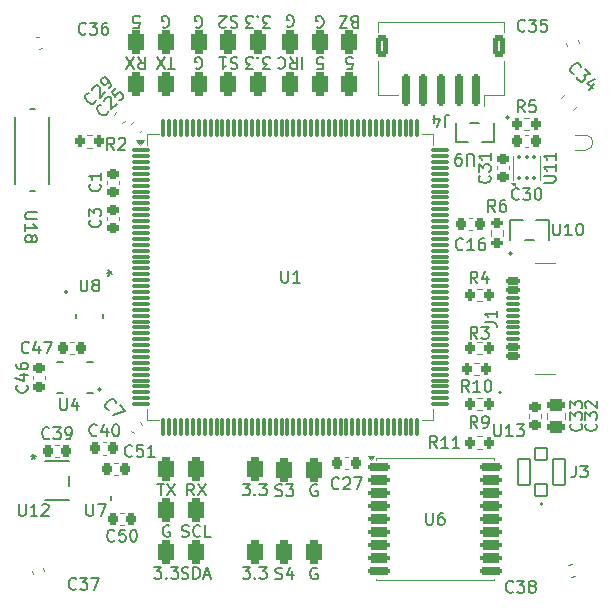
<source format=gto>
G04 #@! TF.GenerationSoftware,KiCad,Pcbnew,9.0.2-9.0.2-0~ubuntu24.04.1*
G04 #@! TF.CreationDate,2025-06-08T21:46:16-05:00*
G04 #@! TF.ProjectId,FC,46432e6b-6963-4616-945f-706362585858,rev?*
G04 #@! TF.SameCoordinates,Original*
G04 #@! TF.FileFunction,Legend,Top*
G04 #@! TF.FilePolarity,Positive*
%FSLAX46Y46*%
G04 Gerber Fmt 4.6, Leading zero omitted, Abs format (unit mm)*
G04 Created by KiCad (PCBNEW 9.0.2-9.0.2-0~ubuntu24.04.1) date 2025-06-08 21:46:16*
%MOMM*%
%LPD*%
G01*
G04 APERTURE LIST*
G04 Aperture macros list*
%AMRoundRect*
0 Rectangle with rounded corners*
0 $1 Rounding radius*
0 $2 $3 $4 $5 $6 $7 $8 $9 X,Y pos of 4 corners*
0 Add a 4 corners polygon primitive as box body*
4,1,4,$2,$3,$4,$5,$6,$7,$8,$9,$2,$3,0*
0 Add four circle primitives for the rounded corners*
1,1,$1+$1,$2,$3*
1,1,$1+$1,$4,$5*
1,1,$1+$1,$6,$7*
1,1,$1+$1,$8,$9*
0 Add four rect primitives between the rounded corners*
20,1,$1+$1,$2,$3,$4,$5,0*
20,1,$1+$1,$4,$5,$6,$7,0*
20,1,$1+$1,$6,$7,$8,$9,0*
20,1,$1+$1,$8,$9,$2,$3,0*%
G04 Aperture macros list end*
%ADD10C,0.150000*%
%ADD11C,0.120000*%
%ADD12C,0.100000*%
%ADD13C,0.127000*%
%ADD14C,0.200000*%
%ADD15C,0.152400*%
%ADD16C,0.010000*%
%ADD17RoundRect,0.350000X-0.350000X-0.650000X0.350000X-0.650000X0.350000X0.650000X-0.350000X0.650000X0*%
%ADD18RoundRect,0.350000X0.350000X0.650000X-0.350000X0.650000X-0.350000X-0.650000X0.350000X-0.650000X0*%
%ADD19RoundRect,0.225000X0.017678X-0.335876X0.335876X-0.017678X-0.017678X0.335876X-0.335876X0.017678X0*%
%ADD20RoundRect,0.225000X-0.225000X-0.250000X0.225000X-0.250000X0.225000X0.250000X-0.225000X0.250000X0*%
%ADD21O,1.800000X1.000000*%
%ADD22O,2.100000X1.000000*%
%ADD23RoundRect,0.075000X0.500000X-0.075000X0.500000X0.075000X-0.500000X0.075000X-0.500000X-0.075000X0*%
%ADD24RoundRect,0.150000X0.425000X-0.150000X0.425000X0.150000X-0.425000X0.150000X-0.425000X-0.150000X0*%
%ADD25C,0.650000*%
%ADD26RoundRect,0.250000X0.300000X0.700000X-0.300000X0.700000X-0.300000X-0.700000X0.300000X-0.700000X0*%
%ADD27RoundRect,0.175000X0.175000X1.175000X-0.175000X1.175000X-0.175000X-1.175000X0.175000X-1.175000X0*%
%ADD28O,1.500000X0.800000*%
%ADD29C,0.700000*%
%ADD30RoundRect,0.200000X-0.200000X-0.275000X0.200000X-0.275000X0.200000X0.275000X-0.200000X0.275000X0*%
%ADD31RoundRect,0.200000X0.275000X-0.200000X0.275000X0.200000X-0.275000X0.200000X-0.275000X-0.200000X0*%
%ADD32RoundRect,0.075000X-0.675000X-0.075000X0.675000X-0.075000X0.675000X0.075000X-0.675000X0.075000X0*%
%ADD33RoundRect,0.075000X-0.075000X-0.675000X0.075000X-0.675000X0.075000X0.675000X-0.075000X0.675000X0*%
%ADD34RoundRect,0.175000X-0.725000X-0.175000X0.725000X-0.175000X0.725000X0.175000X-0.725000X0.175000X0*%
%ADD35RoundRect,0.200000X-0.700000X-0.200000X0.700000X-0.200000X0.700000X0.200000X-0.700000X0.200000X0*%
%ADD36R,1.016000X0.838200*%
%ADD37R,0.508000X1.016000*%
%ADD38RoundRect,0.093750X0.106250X-0.093750X0.106250X0.093750X-0.106250X0.093750X-0.106250X-0.093750X0*%
%ADD39R,1.600000X1.000000*%
%ADD40R,0.774700X0.457200*%
%ADD41R,0.762000X0.508000*%
%ADD42R,2.209800X0.762000*%
%ADD43C,0.889000*%
%ADD44R,0.812800X0.990600*%
%ADD45RoundRect,0.225000X0.225000X0.250000X-0.225000X0.250000X-0.225000X-0.250000X0.225000X-0.250000X0*%
%ADD46RoundRect,0.225000X0.335876X0.017678X0.017678X0.335876X-0.335876X-0.017678X-0.017678X-0.335876X0*%
%ADD47RoundRect,0.225000X-0.250000X0.225000X-0.250000X-0.225000X0.250000X-0.225000X0.250000X0.225000X0*%
%ADD48RoundRect,0.225000X0.250000X-0.225000X0.250000X0.225000X-0.250000X0.225000X-0.250000X-0.225000X0*%
%ADD49RoundRect,0.225000X-0.152629X-0.299716X0.282038X-0.183247X0.152629X0.299716X-0.282038X0.183247X0*%
%ADD50RoundRect,0.225000X0.299716X-0.152629X0.183247X0.282038X-0.299716X0.152629X-0.183247X-0.282038X0*%
%ADD51RoundRect,0.102000X0.500000X0.525000X-0.500000X0.525000X-0.500000X-0.525000X0.500000X-0.525000X0*%
%ADD52RoundRect,0.102000X0.525000X1.100000X-0.525000X1.100000X-0.525000X-1.100000X0.525000X-1.100000X0*%
%ADD53RoundRect,0.225000X0.152629X0.299716X-0.282038X0.183247X-0.152629X-0.299716X0.282038X-0.183247X0*%
%ADD54C,0.228600*%
%ADD55RoundRect,0.250000X0.159099X-0.512652X0.512652X-0.159099X-0.159099X0.512652X-0.512652X0.159099X0*%
%ADD56RoundRect,0.250000X-0.475000X0.250000X-0.475000X-0.250000X0.475000X-0.250000X0.475000X0.250000X0*%
G04 APERTURE END LIST*
D10*
X172047618Y-54870180D02*
X171428571Y-54870180D01*
X171428571Y-54870180D02*
X171761904Y-54489228D01*
X171761904Y-54489228D02*
X171619047Y-54489228D01*
X171619047Y-54489228D02*
X171523809Y-54441609D01*
X171523809Y-54441609D02*
X171476190Y-54393990D01*
X171476190Y-54393990D02*
X171428571Y-54298752D01*
X171428571Y-54298752D02*
X171428571Y-54060657D01*
X171428571Y-54060657D02*
X171476190Y-53965419D01*
X171476190Y-53965419D02*
X171523809Y-53917800D01*
X171523809Y-53917800D02*
X171619047Y-53870180D01*
X171619047Y-53870180D02*
X171904761Y-53870180D01*
X171904761Y-53870180D02*
X171999999Y-53917800D01*
X171999999Y-53917800D02*
X172047618Y-53965419D01*
X170999999Y-53965419D02*
X170952380Y-53917800D01*
X170952380Y-53917800D02*
X170999999Y-53870180D01*
X170999999Y-53870180D02*
X171047618Y-53917800D01*
X171047618Y-53917800D02*
X170999999Y-53965419D01*
X170999999Y-53965419D02*
X170999999Y-53870180D01*
X170619047Y-54870180D02*
X170000000Y-54870180D01*
X170000000Y-54870180D02*
X170333333Y-54489228D01*
X170333333Y-54489228D02*
X170190476Y-54489228D01*
X170190476Y-54489228D02*
X170095238Y-54441609D01*
X170095238Y-54441609D02*
X170047619Y-54393990D01*
X170047619Y-54393990D02*
X170000000Y-54298752D01*
X170000000Y-54298752D02*
X170000000Y-54060657D01*
X170000000Y-54060657D02*
X170047619Y-53965419D01*
X170047619Y-53965419D02*
X170095238Y-53917800D01*
X170095238Y-53917800D02*
X170190476Y-53870180D01*
X170190476Y-53870180D02*
X170476190Y-53870180D01*
X170476190Y-53870180D02*
X170571428Y-53917800D01*
X170571428Y-53917800D02*
X170619047Y-53965419D01*
X165583333Y-90979819D02*
X165250000Y-90503628D01*
X165011905Y-90979819D02*
X165011905Y-89979819D01*
X165011905Y-89979819D02*
X165392857Y-89979819D01*
X165392857Y-89979819D02*
X165488095Y-90027438D01*
X165488095Y-90027438D02*
X165535714Y-90075057D01*
X165535714Y-90075057D02*
X165583333Y-90170295D01*
X165583333Y-90170295D02*
X165583333Y-90313152D01*
X165583333Y-90313152D02*
X165535714Y-90408390D01*
X165535714Y-90408390D02*
X165488095Y-90456009D01*
X165488095Y-90456009D02*
X165392857Y-90503628D01*
X165392857Y-90503628D02*
X165011905Y-90503628D01*
X165916667Y-89979819D02*
X166583333Y-90979819D01*
X166583333Y-89979819D02*
X165916667Y-90979819D01*
X169261904Y-53917800D02*
X169119047Y-53870180D01*
X169119047Y-53870180D02*
X168880952Y-53870180D01*
X168880952Y-53870180D02*
X168785714Y-53917800D01*
X168785714Y-53917800D02*
X168738095Y-53965419D01*
X168738095Y-53965419D02*
X168690476Y-54060657D01*
X168690476Y-54060657D02*
X168690476Y-54155895D01*
X168690476Y-54155895D02*
X168738095Y-54251133D01*
X168738095Y-54251133D02*
X168785714Y-54298752D01*
X168785714Y-54298752D02*
X168880952Y-54346371D01*
X168880952Y-54346371D02*
X169071428Y-54393990D01*
X169071428Y-54393990D02*
X169166666Y-54441609D01*
X169166666Y-54441609D02*
X169214285Y-54489228D01*
X169214285Y-54489228D02*
X169261904Y-54584466D01*
X169261904Y-54584466D02*
X169261904Y-54679704D01*
X169261904Y-54679704D02*
X169214285Y-54774942D01*
X169214285Y-54774942D02*
X169166666Y-54822561D01*
X169166666Y-54822561D02*
X169071428Y-54870180D01*
X169071428Y-54870180D02*
X168833333Y-54870180D01*
X168833333Y-54870180D02*
X168690476Y-54822561D01*
X167738095Y-53870180D02*
X168309523Y-53870180D01*
X168023809Y-53870180D02*
X168023809Y-54870180D01*
X168023809Y-54870180D02*
X168119047Y-54727323D01*
X168119047Y-54727323D02*
X168214285Y-54632085D01*
X168214285Y-54632085D02*
X168309523Y-54584466D01*
X178511904Y-54870180D02*
X178988094Y-54870180D01*
X178988094Y-54870180D02*
X179035713Y-54393990D01*
X179035713Y-54393990D02*
X178988094Y-54441609D01*
X178988094Y-54441609D02*
X178892856Y-54489228D01*
X178892856Y-54489228D02*
X178654761Y-54489228D01*
X178654761Y-54489228D02*
X178559523Y-54441609D01*
X178559523Y-54441609D02*
X178511904Y-54393990D01*
X178511904Y-54393990D02*
X178464285Y-54298752D01*
X178464285Y-54298752D02*
X178464285Y-54060657D01*
X178464285Y-54060657D02*
X178511904Y-53965419D01*
X178511904Y-53965419D02*
X178559523Y-53917800D01*
X178559523Y-53917800D02*
X178654761Y-53870180D01*
X178654761Y-53870180D02*
X178892856Y-53870180D01*
X178892856Y-53870180D02*
X178988094Y-53917800D01*
X178988094Y-53917800D02*
X179035713Y-53965419D01*
X162488095Y-89979819D02*
X163059523Y-89979819D01*
X162773809Y-90979819D02*
X162773809Y-89979819D01*
X163297619Y-89979819D02*
X163964285Y-90979819D01*
X163964285Y-89979819D02*
X163297619Y-90979819D01*
X162202381Y-97029819D02*
X162821428Y-97029819D01*
X162821428Y-97029819D02*
X162488095Y-97410771D01*
X162488095Y-97410771D02*
X162630952Y-97410771D01*
X162630952Y-97410771D02*
X162726190Y-97458390D01*
X162726190Y-97458390D02*
X162773809Y-97506009D01*
X162773809Y-97506009D02*
X162821428Y-97601247D01*
X162821428Y-97601247D02*
X162821428Y-97839342D01*
X162821428Y-97839342D02*
X162773809Y-97934580D01*
X162773809Y-97934580D02*
X162726190Y-97982200D01*
X162726190Y-97982200D02*
X162630952Y-98029819D01*
X162630952Y-98029819D02*
X162345238Y-98029819D01*
X162345238Y-98029819D02*
X162250000Y-97982200D01*
X162250000Y-97982200D02*
X162202381Y-97934580D01*
X163250000Y-97934580D02*
X163297619Y-97982200D01*
X163297619Y-97982200D02*
X163250000Y-98029819D01*
X163250000Y-98029819D02*
X163202381Y-97982200D01*
X163202381Y-97982200D02*
X163250000Y-97934580D01*
X163250000Y-97934580D02*
X163250000Y-98029819D01*
X163630952Y-97029819D02*
X164249999Y-97029819D01*
X164249999Y-97029819D02*
X163916666Y-97410771D01*
X163916666Y-97410771D02*
X164059523Y-97410771D01*
X164059523Y-97410771D02*
X164154761Y-97458390D01*
X164154761Y-97458390D02*
X164202380Y-97506009D01*
X164202380Y-97506009D02*
X164249999Y-97601247D01*
X164249999Y-97601247D02*
X164249999Y-97839342D01*
X164249999Y-97839342D02*
X164202380Y-97934580D01*
X164202380Y-97934580D02*
X164154761Y-97982200D01*
X164154761Y-97982200D02*
X164059523Y-98029819D01*
X164059523Y-98029819D02*
X163773809Y-98029819D01*
X163773809Y-98029819D02*
X163678571Y-97982200D01*
X163678571Y-97982200D02*
X163630952Y-97934580D01*
X172488095Y-98032200D02*
X172630952Y-98079819D01*
X172630952Y-98079819D02*
X172869047Y-98079819D01*
X172869047Y-98079819D02*
X172964285Y-98032200D01*
X172964285Y-98032200D02*
X173011904Y-97984580D01*
X173011904Y-97984580D02*
X173059523Y-97889342D01*
X173059523Y-97889342D02*
X173059523Y-97794104D01*
X173059523Y-97794104D02*
X173011904Y-97698866D01*
X173011904Y-97698866D02*
X172964285Y-97651247D01*
X172964285Y-97651247D02*
X172869047Y-97603628D01*
X172869047Y-97603628D02*
X172678571Y-97556009D01*
X172678571Y-97556009D02*
X172583333Y-97508390D01*
X172583333Y-97508390D02*
X172535714Y-97460771D01*
X172535714Y-97460771D02*
X172488095Y-97365533D01*
X172488095Y-97365533D02*
X172488095Y-97270295D01*
X172488095Y-97270295D02*
X172535714Y-97175057D01*
X172535714Y-97175057D02*
X172583333Y-97127438D01*
X172583333Y-97127438D02*
X172678571Y-97079819D01*
X172678571Y-97079819D02*
X172916666Y-97079819D01*
X172916666Y-97079819D02*
X173059523Y-97127438D01*
X173916666Y-97413152D02*
X173916666Y-98079819D01*
X173678571Y-97032200D02*
X173440476Y-97746485D01*
X173440476Y-97746485D02*
X174059523Y-97746485D01*
X163511904Y-93527438D02*
X163416666Y-93479819D01*
X163416666Y-93479819D02*
X163273809Y-93479819D01*
X163273809Y-93479819D02*
X163130952Y-93527438D01*
X163130952Y-93527438D02*
X163035714Y-93622676D01*
X163035714Y-93622676D02*
X162988095Y-93717914D01*
X162988095Y-93717914D02*
X162940476Y-93908390D01*
X162940476Y-93908390D02*
X162940476Y-94051247D01*
X162940476Y-94051247D02*
X162988095Y-94241723D01*
X162988095Y-94241723D02*
X163035714Y-94336961D01*
X163035714Y-94336961D02*
X163130952Y-94432200D01*
X163130952Y-94432200D02*
X163273809Y-94479819D01*
X163273809Y-94479819D02*
X163369047Y-94479819D01*
X163369047Y-94479819D02*
X163511904Y-94432200D01*
X163511904Y-94432200D02*
X163559523Y-94384580D01*
X163559523Y-94384580D02*
X163559523Y-94051247D01*
X163559523Y-94051247D02*
X163369047Y-94051247D01*
X174749999Y-53870180D02*
X174749999Y-54870180D01*
X173702381Y-53870180D02*
X174035714Y-54346371D01*
X174273809Y-53870180D02*
X174273809Y-54870180D01*
X174273809Y-54870180D02*
X173892857Y-54870180D01*
X173892857Y-54870180D02*
X173797619Y-54822561D01*
X173797619Y-54822561D02*
X173750000Y-54774942D01*
X173750000Y-54774942D02*
X173702381Y-54679704D01*
X173702381Y-54679704D02*
X173702381Y-54536847D01*
X173702381Y-54536847D02*
X173750000Y-54441609D01*
X173750000Y-54441609D02*
X173797619Y-54393990D01*
X173797619Y-54393990D02*
X173892857Y-54346371D01*
X173892857Y-54346371D02*
X174273809Y-54346371D01*
X172702381Y-53965419D02*
X172750000Y-53917800D01*
X172750000Y-53917800D02*
X172892857Y-53870180D01*
X172892857Y-53870180D02*
X172988095Y-53870180D01*
X172988095Y-53870180D02*
X173130952Y-53917800D01*
X173130952Y-53917800D02*
X173226190Y-54013038D01*
X173226190Y-54013038D02*
X173273809Y-54108276D01*
X173273809Y-54108276D02*
X173321428Y-54298752D01*
X173321428Y-54298752D02*
X173321428Y-54441609D01*
X173321428Y-54441609D02*
X173273809Y-54632085D01*
X173273809Y-54632085D02*
X173226190Y-54727323D01*
X173226190Y-54727323D02*
X173130952Y-54822561D01*
X173130952Y-54822561D02*
X172988095Y-54870180D01*
X172988095Y-54870180D02*
X172892857Y-54870180D01*
X172892857Y-54870180D02*
X172750000Y-54822561D01*
X172750000Y-54822561D02*
X172702381Y-54774942D01*
X165738095Y-54822561D02*
X165833333Y-54870180D01*
X165833333Y-54870180D02*
X165976190Y-54870180D01*
X165976190Y-54870180D02*
X166119047Y-54822561D01*
X166119047Y-54822561D02*
X166214285Y-54727323D01*
X166214285Y-54727323D02*
X166261904Y-54632085D01*
X166261904Y-54632085D02*
X166309523Y-54441609D01*
X166309523Y-54441609D02*
X166309523Y-54298752D01*
X166309523Y-54298752D02*
X166261904Y-54108276D01*
X166261904Y-54108276D02*
X166214285Y-54013038D01*
X166214285Y-54013038D02*
X166119047Y-53917800D01*
X166119047Y-53917800D02*
X165976190Y-53870180D01*
X165976190Y-53870180D02*
X165880952Y-53870180D01*
X165880952Y-53870180D02*
X165738095Y-53917800D01*
X165738095Y-53917800D02*
X165690476Y-53965419D01*
X165690476Y-53965419D02*
X165690476Y-54298752D01*
X165690476Y-54298752D02*
X165880952Y-54298752D01*
X176011904Y-54870180D02*
X176488094Y-54870180D01*
X176488094Y-54870180D02*
X176535713Y-54393990D01*
X176535713Y-54393990D02*
X176488094Y-54441609D01*
X176488094Y-54441609D02*
X176392856Y-54489228D01*
X176392856Y-54489228D02*
X176154761Y-54489228D01*
X176154761Y-54489228D02*
X176059523Y-54441609D01*
X176059523Y-54441609D02*
X176011904Y-54393990D01*
X176011904Y-54393990D02*
X175964285Y-54298752D01*
X175964285Y-54298752D02*
X175964285Y-54060657D01*
X175964285Y-54060657D02*
X176011904Y-53965419D01*
X176011904Y-53965419D02*
X176059523Y-53917800D01*
X176059523Y-53917800D02*
X176154761Y-53870180D01*
X176154761Y-53870180D02*
X176392856Y-53870180D01*
X176392856Y-53870180D02*
X176488094Y-53917800D01*
X176488094Y-53917800D02*
X176535713Y-53965419D01*
X176011904Y-97127438D02*
X175916666Y-97079819D01*
X175916666Y-97079819D02*
X175773809Y-97079819D01*
X175773809Y-97079819D02*
X175630952Y-97127438D01*
X175630952Y-97127438D02*
X175535714Y-97222676D01*
X175535714Y-97222676D02*
X175488095Y-97317914D01*
X175488095Y-97317914D02*
X175440476Y-97508390D01*
X175440476Y-97508390D02*
X175440476Y-97651247D01*
X175440476Y-97651247D02*
X175488095Y-97841723D01*
X175488095Y-97841723D02*
X175535714Y-97936961D01*
X175535714Y-97936961D02*
X175630952Y-98032200D01*
X175630952Y-98032200D02*
X175773809Y-98079819D01*
X175773809Y-98079819D02*
X175869047Y-98079819D01*
X175869047Y-98079819D02*
X176011904Y-98032200D01*
X176011904Y-98032200D02*
X176059523Y-97984580D01*
X176059523Y-97984580D02*
X176059523Y-97651247D01*
X176059523Y-97651247D02*
X175869047Y-97651247D01*
X164535714Y-97982200D02*
X164678571Y-98029819D01*
X164678571Y-98029819D02*
X164916666Y-98029819D01*
X164916666Y-98029819D02*
X165011904Y-97982200D01*
X165011904Y-97982200D02*
X165059523Y-97934580D01*
X165059523Y-97934580D02*
X165107142Y-97839342D01*
X165107142Y-97839342D02*
X165107142Y-97744104D01*
X165107142Y-97744104D02*
X165059523Y-97648866D01*
X165059523Y-97648866D02*
X165011904Y-97601247D01*
X165011904Y-97601247D02*
X164916666Y-97553628D01*
X164916666Y-97553628D02*
X164726190Y-97506009D01*
X164726190Y-97506009D02*
X164630952Y-97458390D01*
X164630952Y-97458390D02*
X164583333Y-97410771D01*
X164583333Y-97410771D02*
X164535714Y-97315533D01*
X164535714Y-97315533D02*
X164535714Y-97220295D01*
X164535714Y-97220295D02*
X164583333Y-97125057D01*
X164583333Y-97125057D02*
X164630952Y-97077438D01*
X164630952Y-97077438D02*
X164726190Y-97029819D01*
X164726190Y-97029819D02*
X164964285Y-97029819D01*
X164964285Y-97029819D02*
X165107142Y-97077438D01*
X165535714Y-98029819D02*
X165535714Y-97029819D01*
X165535714Y-97029819D02*
X165773809Y-97029819D01*
X165773809Y-97029819D02*
X165916666Y-97077438D01*
X165916666Y-97077438D02*
X166011904Y-97172676D01*
X166011904Y-97172676D02*
X166059523Y-97267914D01*
X166059523Y-97267914D02*
X166107142Y-97458390D01*
X166107142Y-97458390D02*
X166107142Y-97601247D01*
X166107142Y-97601247D02*
X166059523Y-97791723D01*
X166059523Y-97791723D02*
X166011904Y-97886961D01*
X166011904Y-97886961D02*
X165916666Y-97982200D01*
X165916666Y-97982200D02*
X165773809Y-98029819D01*
X165773809Y-98029819D02*
X165535714Y-98029819D01*
X166488095Y-97744104D02*
X166964285Y-97744104D01*
X166392857Y-98029819D02*
X166726190Y-97029819D01*
X166726190Y-97029819D02*
X167059523Y-98029819D01*
X163961904Y-54870180D02*
X163390476Y-54870180D01*
X163676190Y-53870180D02*
X163676190Y-54870180D01*
X163152380Y-54870180D02*
X162485714Y-53870180D01*
X162485714Y-54870180D02*
X163152380Y-53870180D01*
X172488095Y-90982200D02*
X172630952Y-91029819D01*
X172630952Y-91029819D02*
X172869047Y-91029819D01*
X172869047Y-91029819D02*
X172964285Y-90982200D01*
X172964285Y-90982200D02*
X173011904Y-90934580D01*
X173011904Y-90934580D02*
X173059523Y-90839342D01*
X173059523Y-90839342D02*
X173059523Y-90744104D01*
X173059523Y-90744104D02*
X173011904Y-90648866D01*
X173011904Y-90648866D02*
X172964285Y-90601247D01*
X172964285Y-90601247D02*
X172869047Y-90553628D01*
X172869047Y-90553628D02*
X172678571Y-90506009D01*
X172678571Y-90506009D02*
X172583333Y-90458390D01*
X172583333Y-90458390D02*
X172535714Y-90410771D01*
X172535714Y-90410771D02*
X172488095Y-90315533D01*
X172488095Y-90315533D02*
X172488095Y-90220295D01*
X172488095Y-90220295D02*
X172535714Y-90125057D01*
X172535714Y-90125057D02*
X172583333Y-90077438D01*
X172583333Y-90077438D02*
X172678571Y-90029819D01*
X172678571Y-90029819D02*
X172916666Y-90029819D01*
X172916666Y-90029819D02*
X173059523Y-90077438D01*
X173392857Y-90029819D02*
X174011904Y-90029819D01*
X174011904Y-90029819D02*
X173678571Y-90410771D01*
X173678571Y-90410771D02*
X173821428Y-90410771D01*
X173821428Y-90410771D02*
X173916666Y-90458390D01*
X173916666Y-90458390D02*
X173964285Y-90506009D01*
X173964285Y-90506009D02*
X174011904Y-90601247D01*
X174011904Y-90601247D02*
X174011904Y-90839342D01*
X174011904Y-90839342D02*
X173964285Y-90934580D01*
X173964285Y-90934580D02*
X173916666Y-90982200D01*
X173916666Y-90982200D02*
X173821428Y-91029819D01*
X173821428Y-91029819D02*
X173535714Y-91029819D01*
X173535714Y-91029819D02*
X173440476Y-90982200D01*
X173440476Y-90982200D02*
X173392857Y-90934580D01*
X172047618Y-51370180D02*
X171428571Y-51370180D01*
X171428571Y-51370180D02*
X171761904Y-50989228D01*
X171761904Y-50989228D02*
X171619047Y-50989228D01*
X171619047Y-50989228D02*
X171523809Y-50941609D01*
X171523809Y-50941609D02*
X171476190Y-50893990D01*
X171476190Y-50893990D02*
X171428571Y-50798752D01*
X171428571Y-50798752D02*
X171428571Y-50560657D01*
X171428571Y-50560657D02*
X171476190Y-50465419D01*
X171476190Y-50465419D02*
X171523809Y-50417800D01*
X171523809Y-50417800D02*
X171619047Y-50370180D01*
X171619047Y-50370180D02*
X171904761Y-50370180D01*
X171904761Y-50370180D02*
X171999999Y-50417800D01*
X171999999Y-50417800D02*
X172047618Y-50465419D01*
X170999999Y-50465419D02*
X170952380Y-50417800D01*
X170952380Y-50417800D02*
X170999999Y-50370180D01*
X170999999Y-50370180D02*
X171047618Y-50417800D01*
X171047618Y-50417800D02*
X170999999Y-50465419D01*
X170999999Y-50465419D02*
X170999999Y-50370180D01*
X170619047Y-51370180D02*
X170000000Y-51370180D01*
X170000000Y-51370180D02*
X170333333Y-50989228D01*
X170333333Y-50989228D02*
X170190476Y-50989228D01*
X170190476Y-50989228D02*
X170095238Y-50941609D01*
X170095238Y-50941609D02*
X170047619Y-50893990D01*
X170047619Y-50893990D02*
X170000000Y-50798752D01*
X170000000Y-50798752D02*
X170000000Y-50560657D01*
X170000000Y-50560657D02*
X170047619Y-50465419D01*
X170047619Y-50465419D02*
X170095238Y-50417800D01*
X170095238Y-50417800D02*
X170190476Y-50370180D01*
X170190476Y-50370180D02*
X170476190Y-50370180D01*
X170476190Y-50370180D02*
X170571428Y-50417800D01*
X170571428Y-50417800D02*
X170619047Y-50465419D01*
X165738095Y-51322561D02*
X165833333Y-51370180D01*
X165833333Y-51370180D02*
X165976190Y-51370180D01*
X165976190Y-51370180D02*
X166119047Y-51322561D01*
X166119047Y-51322561D02*
X166214285Y-51227323D01*
X166214285Y-51227323D02*
X166261904Y-51132085D01*
X166261904Y-51132085D02*
X166309523Y-50941609D01*
X166309523Y-50941609D02*
X166309523Y-50798752D01*
X166309523Y-50798752D02*
X166261904Y-50608276D01*
X166261904Y-50608276D02*
X166214285Y-50513038D01*
X166214285Y-50513038D02*
X166119047Y-50417800D01*
X166119047Y-50417800D02*
X165976190Y-50370180D01*
X165976190Y-50370180D02*
X165880952Y-50370180D01*
X165880952Y-50370180D02*
X165738095Y-50417800D01*
X165738095Y-50417800D02*
X165690476Y-50465419D01*
X165690476Y-50465419D02*
X165690476Y-50798752D01*
X165690476Y-50798752D02*
X165880952Y-50798752D01*
X160461904Y-51370180D02*
X160938094Y-51370180D01*
X160938094Y-51370180D02*
X160985713Y-50893990D01*
X160985713Y-50893990D02*
X160938094Y-50941609D01*
X160938094Y-50941609D02*
X160842856Y-50989228D01*
X160842856Y-50989228D02*
X160604761Y-50989228D01*
X160604761Y-50989228D02*
X160509523Y-50941609D01*
X160509523Y-50941609D02*
X160461904Y-50893990D01*
X160461904Y-50893990D02*
X160414285Y-50798752D01*
X160414285Y-50798752D02*
X160414285Y-50560657D01*
X160414285Y-50560657D02*
X160461904Y-50465419D01*
X160461904Y-50465419D02*
X160509523Y-50417800D01*
X160509523Y-50417800D02*
X160604761Y-50370180D01*
X160604761Y-50370180D02*
X160842856Y-50370180D01*
X160842856Y-50370180D02*
X160938094Y-50417800D01*
X160938094Y-50417800D02*
X160985713Y-50465419D01*
X179154761Y-50893990D02*
X179011904Y-50846371D01*
X179011904Y-50846371D02*
X178964285Y-50798752D01*
X178964285Y-50798752D02*
X178916666Y-50703514D01*
X178916666Y-50703514D02*
X178916666Y-50560657D01*
X178916666Y-50560657D02*
X178964285Y-50465419D01*
X178964285Y-50465419D02*
X179011904Y-50417800D01*
X179011904Y-50417800D02*
X179107142Y-50370180D01*
X179107142Y-50370180D02*
X179488094Y-50370180D01*
X179488094Y-50370180D02*
X179488094Y-51370180D01*
X179488094Y-51370180D02*
X179154761Y-51370180D01*
X179154761Y-51370180D02*
X179059523Y-51322561D01*
X179059523Y-51322561D02*
X179011904Y-51274942D01*
X179011904Y-51274942D02*
X178964285Y-51179704D01*
X178964285Y-51179704D02*
X178964285Y-51084466D01*
X178964285Y-51084466D02*
X179011904Y-50989228D01*
X179011904Y-50989228D02*
X179059523Y-50941609D01*
X179059523Y-50941609D02*
X179154761Y-50893990D01*
X179154761Y-50893990D02*
X179488094Y-50893990D01*
X178583332Y-51370180D02*
X177916666Y-51370180D01*
X177916666Y-51370180D02*
X178583332Y-50370180D01*
X178583332Y-50370180D02*
X177916666Y-50370180D01*
X176011904Y-90077438D02*
X175916666Y-90029819D01*
X175916666Y-90029819D02*
X175773809Y-90029819D01*
X175773809Y-90029819D02*
X175630952Y-90077438D01*
X175630952Y-90077438D02*
X175535714Y-90172676D01*
X175535714Y-90172676D02*
X175488095Y-90267914D01*
X175488095Y-90267914D02*
X175440476Y-90458390D01*
X175440476Y-90458390D02*
X175440476Y-90601247D01*
X175440476Y-90601247D02*
X175488095Y-90791723D01*
X175488095Y-90791723D02*
X175535714Y-90886961D01*
X175535714Y-90886961D02*
X175630952Y-90982200D01*
X175630952Y-90982200D02*
X175773809Y-91029819D01*
X175773809Y-91029819D02*
X175869047Y-91029819D01*
X175869047Y-91029819D02*
X176011904Y-90982200D01*
X176011904Y-90982200D02*
X176059523Y-90934580D01*
X176059523Y-90934580D02*
X176059523Y-90601247D01*
X176059523Y-90601247D02*
X175869047Y-90601247D01*
X162938095Y-51322561D02*
X163033333Y-51370180D01*
X163033333Y-51370180D02*
X163176190Y-51370180D01*
X163176190Y-51370180D02*
X163319047Y-51322561D01*
X163319047Y-51322561D02*
X163414285Y-51227323D01*
X163414285Y-51227323D02*
X163461904Y-51132085D01*
X163461904Y-51132085D02*
X163509523Y-50941609D01*
X163509523Y-50941609D02*
X163509523Y-50798752D01*
X163509523Y-50798752D02*
X163461904Y-50608276D01*
X163461904Y-50608276D02*
X163414285Y-50513038D01*
X163414285Y-50513038D02*
X163319047Y-50417800D01*
X163319047Y-50417800D02*
X163176190Y-50370180D01*
X163176190Y-50370180D02*
X163080952Y-50370180D01*
X163080952Y-50370180D02*
X162938095Y-50417800D01*
X162938095Y-50417800D02*
X162890476Y-50465419D01*
X162890476Y-50465419D02*
X162890476Y-50798752D01*
X162890476Y-50798752D02*
X163080952Y-50798752D01*
X164559524Y-94432200D02*
X164702381Y-94479819D01*
X164702381Y-94479819D02*
X164940476Y-94479819D01*
X164940476Y-94479819D02*
X165035714Y-94432200D01*
X165035714Y-94432200D02*
X165083333Y-94384580D01*
X165083333Y-94384580D02*
X165130952Y-94289342D01*
X165130952Y-94289342D02*
X165130952Y-94194104D01*
X165130952Y-94194104D02*
X165083333Y-94098866D01*
X165083333Y-94098866D02*
X165035714Y-94051247D01*
X165035714Y-94051247D02*
X164940476Y-94003628D01*
X164940476Y-94003628D02*
X164750000Y-93956009D01*
X164750000Y-93956009D02*
X164654762Y-93908390D01*
X164654762Y-93908390D02*
X164607143Y-93860771D01*
X164607143Y-93860771D02*
X164559524Y-93765533D01*
X164559524Y-93765533D02*
X164559524Y-93670295D01*
X164559524Y-93670295D02*
X164607143Y-93575057D01*
X164607143Y-93575057D02*
X164654762Y-93527438D01*
X164654762Y-93527438D02*
X164750000Y-93479819D01*
X164750000Y-93479819D02*
X164988095Y-93479819D01*
X164988095Y-93479819D02*
X165130952Y-93527438D01*
X166130952Y-94384580D02*
X166083333Y-94432200D01*
X166083333Y-94432200D02*
X165940476Y-94479819D01*
X165940476Y-94479819D02*
X165845238Y-94479819D01*
X165845238Y-94479819D02*
X165702381Y-94432200D01*
X165702381Y-94432200D02*
X165607143Y-94336961D01*
X165607143Y-94336961D02*
X165559524Y-94241723D01*
X165559524Y-94241723D02*
X165511905Y-94051247D01*
X165511905Y-94051247D02*
X165511905Y-93908390D01*
X165511905Y-93908390D02*
X165559524Y-93717914D01*
X165559524Y-93717914D02*
X165607143Y-93622676D01*
X165607143Y-93622676D02*
X165702381Y-93527438D01*
X165702381Y-93527438D02*
X165845238Y-93479819D01*
X165845238Y-93479819D02*
X165940476Y-93479819D01*
X165940476Y-93479819D02*
X166083333Y-93527438D01*
X166083333Y-93527438D02*
X166130952Y-93575057D01*
X167035714Y-94479819D02*
X166559524Y-94479819D01*
X166559524Y-94479819D02*
X166559524Y-93479819D01*
X169702381Y-89979819D02*
X170321428Y-89979819D01*
X170321428Y-89979819D02*
X169988095Y-90360771D01*
X169988095Y-90360771D02*
X170130952Y-90360771D01*
X170130952Y-90360771D02*
X170226190Y-90408390D01*
X170226190Y-90408390D02*
X170273809Y-90456009D01*
X170273809Y-90456009D02*
X170321428Y-90551247D01*
X170321428Y-90551247D02*
X170321428Y-90789342D01*
X170321428Y-90789342D02*
X170273809Y-90884580D01*
X170273809Y-90884580D02*
X170226190Y-90932200D01*
X170226190Y-90932200D02*
X170130952Y-90979819D01*
X170130952Y-90979819D02*
X169845238Y-90979819D01*
X169845238Y-90979819D02*
X169750000Y-90932200D01*
X169750000Y-90932200D02*
X169702381Y-90884580D01*
X170750000Y-90884580D02*
X170797619Y-90932200D01*
X170797619Y-90932200D02*
X170750000Y-90979819D01*
X170750000Y-90979819D02*
X170702381Y-90932200D01*
X170702381Y-90932200D02*
X170750000Y-90884580D01*
X170750000Y-90884580D02*
X170750000Y-90979819D01*
X171130952Y-89979819D02*
X171749999Y-89979819D01*
X171749999Y-89979819D02*
X171416666Y-90360771D01*
X171416666Y-90360771D02*
X171559523Y-90360771D01*
X171559523Y-90360771D02*
X171654761Y-90408390D01*
X171654761Y-90408390D02*
X171702380Y-90456009D01*
X171702380Y-90456009D02*
X171749999Y-90551247D01*
X171749999Y-90551247D02*
X171749999Y-90789342D01*
X171749999Y-90789342D02*
X171702380Y-90884580D01*
X171702380Y-90884580D02*
X171654761Y-90932200D01*
X171654761Y-90932200D02*
X171559523Y-90979819D01*
X171559523Y-90979819D02*
X171273809Y-90979819D01*
X171273809Y-90979819D02*
X171178571Y-90932200D01*
X171178571Y-90932200D02*
X171130952Y-90884580D01*
X175988095Y-51322561D02*
X176083333Y-51370180D01*
X176083333Y-51370180D02*
X176226190Y-51370180D01*
X176226190Y-51370180D02*
X176369047Y-51322561D01*
X176369047Y-51322561D02*
X176464285Y-51227323D01*
X176464285Y-51227323D02*
X176511904Y-51132085D01*
X176511904Y-51132085D02*
X176559523Y-50941609D01*
X176559523Y-50941609D02*
X176559523Y-50798752D01*
X176559523Y-50798752D02*
X176511904Y-50608276D01*
X176511904Y-50608276D02*
X176464285Y-50513038D01*
X176464285Y-50513038D02*
X176369047Y-50417800D01*
X176369047Y-50417800D02*
X176226190Y-50370180D01*
X176226190Y-50370180D02*
X176130952Y-50370180D01*
X176130952Y-50370180D02*
X175988095Y-50417800D01*
X175988095Y-50417800D02*
X175940476Y-50465419D01*
X175940476Y-50465419D02*
X175940476Y-50798752D01*
X175940476Y-50798752D02*
X176130952Y-50798752D01*
X169261904Y-50417800D02*
X169119047Y-50370180D01*
X169119047Y-50370180D02*
X168880952Y-50370180D01*
X168880952Y-50370180D02*
X168785714Y-50417800D01*
X168785714Y-50417800D02*
X168738095Y-50465419D01*
X168738095Y-50465419D02*
X168690476Y-50560657D01*
X168690476Y-50560657D02*
X168690476Y-50655895D01*
X168690476Y-50655895D02*
X168738095Y-50751133D01*
X168738095Y-50751133D02*
X168785714Y-50798752D01*
X168785714Y-50798752D02*
X168880952Y-50846371D01*
X168880952Y-50846371D02*
X169071428Y-50893990D01*
X169071428Y-50893990D02*
X169166666Y-50941609D01*
X169166666Y-50941609D02*
X169214285Y-50989228D01*
X169214285Y-50989228D02*
X169261904Y-51084466D01*
X169261904Y-51084466D02*
X169261904Y-51179704D01*
X169261904Y-51179704D02*
X169214285Y-51274942D01*
X169214285Y-51274942D02*
X169166666Y-51322561D01*
X169166666Y-51322561D02*
X169071428Y-51370180D01*
X169071428Y-51370180D02*
X168833333Y-51370180D01*
X168833333Y-51370180D02*
X168690476Y-51322561D01*
X168309523Y-51274942D02*
X168261904Y-51322561D01*
X168261904Y-51322561D02*
X168166666Y-51370180D01*
X168166666Y-51370180D02*
X167928571Y-51370180D01*
X167928571Y-51370180D02*
X167833333Y-51322561D01*
X167833333Y-51322561D02*
X167785714Y-51274942D01*
X167785714Y-51274942D02*
X167738095Y-51179704D01*
X167738095Y-51179704D02*
X167738095Y-51084466D01*
X167738095Y-51084466D02*
X167785714Y-50941609D01*
X167785714Y-50941609D02*
X168357142Y-50370180D01*
X168357142Y-50370180D02*
X167738095Y-50370180D01*
X173488095Y-51272561D02*
X173583333Y-51320180D01*
X173583333Y-51320180D02*
X173726190Y-51320180D01*
X173726190Y-51320180D02*
X173869047Y-51272561D01*
X173869047Y-51272561D02*
X173964285Y-51177323D01*
X173964285Y-51177323D02*
X174011904Y-51082085D01*
X174011904Y-51082085D02*
X174059523Y-50891609D01*
X174059523Y-50891609D02*
X174059523Y-50748752D01*
X174059523Y-50748752D02*
X174011904Y-50558276D01*
X174011904Y-50558276D02*
X173964285Y-50463038D01*
X173964285Y-50463038D02*
X173869047Y-50367800D01*
X173869047Y-50367800D02*
X173726190Y-50320180D01*
X173726190Y-50320180D02*
X173630952Y-50320180D01*
X173630952Y-50320180D02*
X173488095Y-50367800D01*
X173488095Y-50367800D02*
X173440476Y-50415419D01*
X173440476Y-50415419D02*
X173440476Y-50748752D01*
X173440476Y-50748752D02*
X173630952Y-50748752D01*
X169702381Y-97029819D02*
X170321428Y-97029819D01*
X170321428Y-97029819D02*
X169988095Y-97410771D01*
X169988095Y-97410771D02*
X170130952Y-97410771D01*
X170130952Y-97410771D02*
X170226190Y-97458390D01*
X170226190Y-97458390D02*
X170273809Y-97506009D01*
X170273809Y-97506009D02*
X170321428Y-97601247D01*
X170321428Y-97601247D02*
X170321428Y-97839342D01*
X170321428Y-97839342D02*
X170273809Y-97934580D01*
X170273809Y-97934580D02*
X170226190Y-97982200D01*
X170226190Y-97982200D02*
X170130952Y-98029819D01*
X170130952Y-98029819D02*
X169845238Y-98029819D01*
X169845238Y-98029819D02*
X169750000Y-97982200D01*
X169750000Y-97982200D02*
X169702381Y-97934580D01*
X170750000Y-97934580D02*
X170797619Y-97982200D01*
X170797619Y-97982200D02*
X170750000Y-98029819D01*
X170750000Y-98029819D02*
X170702381Y-97982200D01*
X170702381Y-97982200D02*
X170750000Y-97934580D01*
X170750000Y-97934580D02*
X170750000Y-98029819D01*
X171130952Y-97029819D02*
X171749999Y-97029819D01*
X171749999Y-97029819D02*
X171416666Y-97410771D01*
X171416666Y-97410771D02*
X171559523Y-97410771D01*
X171559523Y-97410771D02*
X171654761Y-97458390D01*
X171654761Y-97458390D02*
X171702380Y-97506009D01*
X171702380Y-97506009D02*
X171749999Y-97601247D01*
X171749999Y-97601247D02*
X171749999Y-97839342D01*
X171749999Y-97839342D02*
X171702380Y-97934580D01*
X171702380Y-97934580D02*
X171654761Y-97982200D01*
X171654761Y-97982200D02*
X171559523Y-98029819D01*
X171559523Y-98029819D02*
X171273809Y-98029819D01*
X171273809Y-98029819D02*
X171178571Y-97982200D01*
X171178571Y-97982200D02*
X171130952Y-97934580D01*
X160866666Y-53870180D02*
X161199999Y-54346371D01*
X161438094Y-53870180D02*
X161438094Y-54870180D01*
X161438094Y-54870180D02*
X161057142Y-54870180D01*
X161057142Y-54870180D02*
X160961904Y-54822561D01*
X160961904Y-54822561D02*
X160914285Y-54774942D01*
X160914285Y-54774942D02*
X160866666Y-54679704D01*
X160866666Y-54679704D02*
X160866666Y-54536847D01*
X160866666Y-54536847D02*
X160914285Y-54441609D01*
X160914285Y-54441609D02*
X160961904Y-54393990D01*
X160961904Y-54393990D02*
X161057142Y-54346371D01*
X161057142Y-54346371D02*
X161438094Y-54346371D01*
X160533332Y-54870180D02*
X159866666Y-53870180D01*
X159866666Y-54870180D02*
X160533332Y-53870180D01*
X158204819Y-72119699D02*
X158442914Y-72119699D01*
X158347676Y-72357794D02*
X158442914Y-72119699D01*
X158442914Y-72119699D02*
X158347676Y-71881604D01*
X158633390Y-72262556D02*
X158442914Y-72119699D01*
X158442914Y-72119699D02*
X158633390Y-71976842D01*
X158299693Y-58458830D02*
X158299693Y-58526174D01*
X158299693Y-58526174D02*
X158232349Y-58660861D01*
X158232349Y-58660861D02*
X158165006Y-58728204D01*
X158165006Y-58728204D02*
X158030319Y-58795548D01*
X158030319Y-58795548D02*
X157895632Y-58795548D01*
X157895632Y-58795548D02*
X157794617Y-58761876D01*
X157794617Y-58761876D02*
X157626258Y-58660861D01*
X157626258Y-58660861D02*
X157525243Y-58559846D01*
X157525243Y-58559846D02*
X157424227Y-58391487D01*
X157424227Y-58391487D02*
X157390556Y-58290472D01*
X157390556Y-58290472D02*
X157390556Y-58155785D01*
X157390556Y-58155785D02*
X157457899Y-58021098D01*
X157457899Y-58021098D02*
X157525243Y-57953754D01*
X157525243Y-57953754D02*
X157659930Y-57886411D01*
X157659930Y-57886411D02*
X157727273Y-57886411D01*
X157996647Y-57617037D02*
X157996647Y-57549693D01*
X157996647Y-57549693D02*
X158030319Y-57448678D01*
X158030319Y-57448678D02*
X158198678Y-57280319D01*
X158198678Y-57280319D02*
X158299693Y-57246647D01*
X158299693Y-57246647D02*
X158367036Y-57246647D01*
X158367036Y-57246647D02*
X158468052Y-57280319D01*
X158468052Y-57280319D02*
X158535395Y-57347663D01*
X158535395Y-57347663D02*
X158602739Y-57482350D01*
X158602739Y-57482350D02*
X158602739Y-58290472D01*
X158602739Y-58290472D02*
X159040471Y-57852739D01*
X158973128Y-56505869D02*
X158636410Y-56842586D01*
X158636410Y-56842586D02*
X158939456Y-57212975D01*
X158939456Y-57212975D02*
X158939456Y-57145632D01*
X158939456Y-57145632D02*
X158973128Y-57044617D01*
X158973128Y-57044617D02*
X159141487Y-56876258D01*
X159141487Y-56876258D02*
X159242502Y-56842586D01*
X159242502Y-56842586D02*
X159309846Y-56842586D01*
X159309846Y-56842586D02*
X159410861Y-56876258D01*
X159410861Y-56876258D02*
X159579220Y-57044617D01*
X159579220Y-57044617D02*
X159612891Y-57145632D01*
X159612891Y-57145632D02*
X159612891Y-57212975D01*
X159612891Y-57212975D02*
X159579220Y-57313991D01*
X159579220Y-57313991D02*
X159410861Y-57482349D01*
X159410861Y-57482349D02*
X159309846Y-57516021D01*
X159309846Y-57516021D02*
X159242502Y-57516021D01*
X177857142Y-90359580D02*
X177809523Y-90407200D01*
X177809523Y-90407200D02*
X177666666Y-90454819D01*
X177666666Y-90454819D02*
X177571428Y-90454819D01*
X177571428Y-90454819D02*
X177428571Y-90407200D01*
X177428571Y-90407200D02*
X177333333Y-90311961D01*
X177333333Y-90311961D02*
X177285714Y-90216723D01*
X177285714Y-90216723D02*
X177238095Y-90026247D01*
X177238095Y-90026247D02*
X177238095Y-89883390D01*
X177238095Y-89883390D02*
X177285714Y-89692914D01*
X177285714Y-89692914D02*
X177333333Y-89597676D01*
X177333333Y-89597676D02*
X177428571Y-89502438D01*
X177428571Y-89502438D02*
X177571428Y-89454819D01*
X177571428Y-89454819D02*
X177666666Y-89454819D01*
X177666666Y-89454819D02*
X177809523Y-89502438D01*
X177809523Y-89502438D02*
X177857142Y-89550057D01*
X178238095Y-89550057D02*
X178285714Y-89502438D01*
X178285714Y-89502438D02*
X178380952Y-89454819D01*
X178380952Y-89454819D02*
X178619047Y-89454819D01*
X178619047Y-89454819D02*
X178714285Y-89502438D01*
X178714285Y-89502438D02*
X178761904Y-89550057D01*
X178761904Y-89550057D02*
X178809523Y-89645295D01*
X178809523Y-89645295D02*
X178809523Y-89740533D01*
X178809523Y-89740533D02*
X178761904Y-89883390D01*
X178761904Y-89883390D02*
X178190476Y-90454819D01*
X178190476Y-90454819D02*
X178809523Y-90454819D01*
X179142857Y-89454819D02*
X179809523Y-89454819D01*
X179809523Y-89454819D02*
X179380952Y-90454819D01*
X157299693Y-57458830D02*
X157299693Y-57526174D01*
X157299693Y-57526174D02*
X157232349Y-57660861D01*
X157232349Y-57660861D02*
X157165006Y-57728204D01*
X157165006Y-57728204D02*
X157030319Y-57795548D01*
X157030319Y-57795548D02*
X156895632Y-57795548D01*
X156895632Y-57795548D02*
X156794617Y-57761876D01*
X156794617Y-57761876D02*
X156626258Y-57660861D01*
X156626258Y-57660861D02*
X156525243Y-57559846D01*
X156525243Y-57559846D02*
X156424227Y-57391487D01*
X156424227Y-57391487D02*
X156390556Y-57290472D01*
X156390556Y-57290472D02*
X156390556Y-57155785D01*
X156390556Y-57155785D02*
X156457899Y-57021098D01*
X156457899Y-57021098D02*
X156525243Y-56953754D01*
X156525243Y-56953754D02*
X156659930Y-56886411D01*
X156659930Y-56886411D02*
X156727273Y-56886411D01*
X156996647Y-56617037D02*
X156996647Y-56549693D01*
X156996647Y-56549693D02*
X157030319Y-56448678D01*
X157030319Y-56448678D02*
X157198678Y-56280319D01*
X157198678Y-56280319D02*
X157299693Y-56246647D01*
X157299693Y-56246647D02*
X157367036Y-56246647D01*
X157367036Y-56246647D02*
X157468052Y-56280319D01*
X157468052Y-56280319D02*
X157535395Y-56347663D01*
X157535395Y-56347663D02*
X157602739Y-56482350D01*
X157602739Y-56482350D02*
X157602739Y-57290472D01*
X157602739Y-57290472D02*
X158040471Y-56852739D01*
X158377189Y-56516021D02*
X158511876Y-56381334D01*
X158511876Y-56381334D02*
X158545548Y-56280319D01*
X158545548Y-56280319D02*
X158545548Y-56212975D01*
X158545548Y-56212975D02*
X158511876Y-56044617D01*
X158511876Y-56044617D02*
X158410861Y-55876258D01*
X158410861Y-55876258D02*
X158141487Y-55606884D01*
X158141487Y-55606884D02*
X158040472Y-55573212D01*
X158040472Y-55573212D02*
X157973128Y-55573212D01*
X157973128Y-55573212D02*
X157872113Y-55606884D01*
X157872113Y-55606884D02*
X157737426Y-55741571D01*
X157737426Y-55741571D02*
X157703754Y-55842586D01*
X157703754Y-55842586D02*
X157703754Y-55909930D01*
X157703754Y-55909930D02*
X157737426Y-56010945D01*
X157737426Y-56010945D02*
X157905785Y-56179304D01*
X157905785Y-56179304D02*
X158006800Y-56212975D01*
X158006800Y-56212975D02*
X158074143Y-56212975D01*
X158074143Y-56212975D02*
X158175159Y-56179304D01*
X158175159Y-56179304D02*
X158309846Y-56044617D01*
X158309846Y-56044617D02*
X158343517Y-55943601D01*
X158343517Y-55943601D02*
X158343517Y-55876258D01*
X158343517Y-55876258D02*
X158309846Y-55775243D01*
X190204819Y-76333333D02*
X190919104Y-76333333D01*
X190919104Y-76333333D02*
X191061961Y-76380952D01*
X191061961Y-76380952D02*
X191157200Y-76476190D01*
X191157200Y-76476190D02*
X191204819Y-76619047D01*
X191204819Y-76619047D02*
X191204819Y-76714285D01*
X191204819Y-75333333D02*
X191204819Y-75904761D01*
X191204819Y-75619047D02*
X190204819Y-75619047D01*
X190204819Y-75619047D02*
X190347676Y-75714285D01*
X190347676Y-75714285D02*
X190442914Y-75809523D01*
X190442914Y-75809523D02*
X190490533Y-75904761D01*
X186833333Y-59745180D02*
X186833333Y-59030895D01*
X186833333Y-59030895D02*
X186880952Y-58888038D01*
X186880952Y-58888038D02*
X186976190Y-58792800D01*
X186976190Y-58792800D02*
X187119047Y-58745180D01*
X187119047Y-58745180D02*
X187214285Y-58745180D01*
X185928571Y-59411847D02*
X185928571Y-58745180D01*
X186166666Y-59792800D02*
X186404761Y-59078514D01*
X186404761Y-59078514D02*
X185785714Y-59078514D01*
X158833333Y-61704819D02*
X158500000Y-61228628D01*
X158261905Y-61704819D02*
X158261905Y-60704819D01*
X158261905Y-60704819D02*
X158642857Y-60704819D01*
X158642857Y-60704819D02*
X158738095Y-60752438D01*
X158738095Y-60752438D02*
X158785714Y-60800057D01*
X158785714Y-60800057D02*
X158833333Y-60895295D01*
X158833333Y-60895295D02*
X158833333Y-61038152D01*
X158833333Y-61038152D02*
X158785714Y-61133390D01*
X158785714Y-61133390D02*
X158738095Y-61181009D01*
X158738095Y-61181009D02*
X158642857Y-61228628D01*
X158642857Y-61228628D02*
X158261905Y-61228628D01*
X159214286Y-60800057D02*
X159261905Y-60752438D01*
X159261905Y-60752438D02*
X159357143Y-60704819D01*
X159357143Y-60704819D02*
X159595238Y-60704819D01*
X159595238Y-60704819D02*
X159690476Y-60752438D01*
X159690476Y-60752438D02*
X159738095Y-60800057D01*
X159738095Y-60800057D02*
X159785714Y-60895295D01*
X159785714Y-60895295D02*
X159785714Y-60990533D01*
X159785714Y-60990533D02*
X159738095Y-61133390D01*
X159738095Y-61133390D02*
X159166667Y-61704819D01*
X159166667Y-61704819D02*
X159785714Y-61704819D01*
X189583333Y-73024819D02*
X189250000Y-72548628D01*
X189011905Y-73024819D02*
X189011905Y-72024819D01*
X189011905Y-72024819D02*
X189392857Y-72024819D01*
X189392857Y-72024819D02*
X189488095Y-72072438D01*
X189488095Y-72072438D02*
X189535714Y-72120057D01*
X189535714Y-72120057D02*
X189583333Y-72215295D01*
X189583333Y-72215295D02*
X189583333Y-72358152D01*
X189583333Y-72358152D02*
X189535714Y-72453390D01*
X189535714Y-72453390D02*
X189488095Y-72501009D01*
X189488095Y-72501009D02*
X189392857Y-72548628D01*
X189392857Y-72548628D02*
X189011905Y-72548628D01*
X190440476Y-72358152D02*
X190440476Y-73024819D01*
X190202381Y-71977200D02*
X189964286Y-72691485D01*
X189964286Y-72691485D02*
X190583333Y-72691485D01*
X189583333Y-77704819D02*
X189250000Y-77228628D01*
X189011905Y-77704819D02*
X189011905Y-76704819D01*
X189011905Y-76704819D02*
X189392857Y-76704819D01*
X189392857Y-76704819D02*
X189488095Y-76752438D01*
X189488095Y-76752438D02*
X189535714Y-76800057D01*
X189535714Y-76800057D02*
X189583333Y-76895295D01*
X189583333Y-76895295D02*
X189583333Y-77038152D01*
X189583333Y-77038152D02*
X189535714Y-77133390D01*
X189535714Y-77133390D02*
X189488095Y-77181009D01*
X189488095Y-77181009D02*
X189392857Y-77228628D01*
X189392857Y-77228628D02*
X189011905Y-77228628D01*
X189916667Y-76704819D02*
X190535714Y-76704819D01*
X190535714Y-76704819D02*
X190202381Y-77085771D01*
X190202381Y-77085771D02*
X190345238Y-77085771D01*
X190345238Y-77085771D02*
X190440476Y-77133390D01*
X190440476Y-77133390D02*
X190488095Y-77181009D01*
X190488095Y-77181009D02*
X190535714Y-77276247D01*
X190535714Y-77276247D02*
X190535714Y-77514342D01*
X190535714Y-77514342D02*
X190488095Y-77609580D01*
X190488095Y-77609580D02*
X190440476Y-77657200D01*
X190440476Y-77657200D02*
X190345238Y-77704819D01*
X190345238Y-77704819D02*
X190059524Y-77704819D01*
X190059524Y-77704819D02*
X189964286Y-77657200D01*
X189964286Y-77657200D02*
X189916667Y-77609580D01*
X193583333Y-58524819D02*
X193250000Y-58048628D01*
X193011905Y-58524819D02*
X193011905Y-57524819D01*
X193011905Y-57524819D02*
X193392857Y-57524819D01*
X193392857Y-57524819D02*
X193488095Y-57572438D01*
X193488095Y-57572438D02*
X193535714Y-57620057D01*
X193535714Y-57620057D02*
X193583333Y-57715295D01*
X193583333Y-57715295D02*
X193583333Y-57858152D01*
X193583333Y-57858152D02*
X193535714Y-57953390D01*
X193535714Y-57953390D02*
X193488095Y-58001009D01*
X193488095Y-58001009D02*
X193392857Y-58048628D01*
X193392857Y-58048628D02*
X193011905Y-58048628D01*
X194488095Y-57524819D02*
X194011905Y-57524819D01*
X194011905Y-57524819D02*
X193964286Y-58001009D01*
X193964286Y-58001009D02*
X194011905Y-57953390D01*
X194011905Y-57953390D02*
X194107143Y-57905771D01*
X194107143Y-57905771D02*
X194345238Y-57905771D01*
X194345238Y-57905771D02*
X194440476Y-57953390D01*
X194440476Y-57953390D02*
X194488095Y-58001009D01*
X194488095Y-58001009D02*
X194535714Y-58096247D01*
X194535714Y-58096247D02*
X194535714Y-58334342D01*
X194535714Y-58334342D02*
X194488095Y-58429580D01*
X194488095Y-58429580D02*
X194440476Y-58477200D01*
X194440476Y-58477200D02*
X194345238Y-58524819D01*
X194345238Y-58524819D02*
X194107143Y-58524819D01*
X194107143Y-58524819D02*
X194011905Y-58477200D01*
X194011905Y-58477200D02*
X193964286Y-58429580D01*
X191083333Y-66954819D02*
X190750000Y-66478628D01*
X190511905Y-66954819D02*
X190511905Y-65954819D01*
X190511905Y-65954819D02*
X190892857Y-65954819D01*
X190892857Y-65954819D02*
X190988095Y-66002438D01*
X190988095Y-66002438D02*
X191035714Y-66050057D01*
X191035714Y-66050057D02*
X191083333Y-66145295D01*
X191083333Y-66145295D02*
X191083333Y-66288152D01*
X191083333Y-66288152D02*
X191035714Y-66383390D01*
X191035714Y-66383390D02*
X190988095Y-66431009D01*
X190988095Y-66431009D02*
X190892857Y-66478628D01*
X190892857Y-66478628D02*
X190511905Y-66478628D01*
X191940476Y-65954819D02*
X191750000Y-65954819D01*
X191750000Y-65954819D02*
X191654762Y-66002438D01*
X191654762Y-66002438D02*
X191607143Y-66050057D01*
X191607143Y-66050057D02*
X191511905Y-66192914D01*
X191511905Y-66192914D02*
X191464286Y-66383390D01*
X191464286Y-66383390D02*
X191464286Y-66764342D01*
X191464286Y-66764342D02*
X191511905Y-66859580D01*
X191511905Y-66859580D02*
X191559524Y-66907200D01*
X191559524Y-66907200D02*
X191654762Y-66954819D01*
X191654762Y-66954819D02*
X191845238Y-66954819D01*
X191845238Y-66954819D02*
X191940476Y-66907200D01*
X191940476Y-66907200D02*
X191988095Y-66859580D01*
X191988095Y-66859580D02*
X192035714Y-66764342D01*
X192035714Y-66764342D02*
X192035714Y-66526247D01*
X192035714Y-66526247D02*
X191988095Y-66431009D01*
X191988095Y-66431009D02*
X191940476Y-66383390D01*
X191940476Y-66383390D02*
X191845238Y-66335771D01*
X191845238Y-66335771D02*
X191654762Y-66335771D01*
X191654762Y-66335771D02*
X191559524Y-66383390D01*
X191559524Y-66383390D02*
X191511905Y-66431009D01*
X191511905Y-66431009D02*
X191464286Y-66526247D01*
X189583333Y-85254819D02*
X189250000Y-84778628D01*
X189011905Y-85254819D02*
X189011905Y-84254819D01*
X189011905Y-84254819D02*
X189392857Y-84254819D01*
X189392857Y-84254819D02*
X189488095Y-84302438D01*
X189488095Y-84302438D02*
X189535714Y-84350057D01*
X189535714Y-84350057D02*
X189583333Y-84445295D01*
X189583333Y-84445295D02*
X189583333Y-84588152D01*
X189583333Y-84588152D02*
X189535714Y-84683390D01*
X189535714Y-84683390D02*
X189488095Y-84731009D01*
X189488095Y-84731009D02*
X189392857Y-84778628D01*
X189392857Y-84778628D02*
X189011905Y-84778628D01*
X190059524Y-85254819D02*
X190250000Y-85254819D01*
X190250000Y-85254819D02*
X190345238Y-85207200D01*
X190345238Y-85207200D02*
X190392857Y-85159580D01*
X190392857Y-85159580D02*
X190488095Y-85016723D01*
X190488095Y-85016723D02*
X190535714Y-84826247D01*
X190535714Y-84826247D02*
X190535714Y-84445295D01*
X190535714Y-84445295D02*
X190488095Y-84350057D01*
X190488095Y-84350057D02*
X190440476Y-84302438D01*
X190440476Y-84302438D02*
X190345238Y-84254819D01*
X190345238Y-84254819D02*
X190154762Y-84254819D01*
X190154762Y-84254819D02*
X190059524Y-84302438D01*
X190059524Y-84302438D02*
X190011905Y-84350057D01*
X190011905Y-84350057D02*
X189964286Y-84445295D01*
X189964286Y-84445295D02*
X189964286Y-84683390D01*
X189964286Y-84683390D02*
X190011905Y-84778628D01*
X190011905Y-84778628D02*
X190059524Y-84826247D01*
X190059524Y-84826247D02*
X190154762Y-84873866D01*
X190154762Y-84873866D02*
X190345238Y-84873866D01*
X190345238Y-84873866D02*
X190440476Y-84826247D01*
X190440476Y-84826247D02*
X190488095Y-84778628D01*
X190488095Y-84778628D02*
X190535714Y-84683390D01*
X188857142Y-82204819D02*
X188523809Y-81728628D01*
X188285714Y-82204819D02*
X188285714Y-81204819D01*
X188285714Y-81204819D02*
X188666666Y-81204819D01*
X188666666Y-81204819D02*
X188761904Y-81252438D01*
X188761904Y-81252438D02*
X188809523Y-81300057D01*
X188809523Y-81300057D02*
X188857142Y-81395295D01*
X188857142Y-81395295D02*
X188857142Y-81538152D01*
X188857142Y-81538152D02*
X188809523Y-81633390D01*
X188809523Y-81633390D02*
X188761904Y-81681009D01*
X188761904Y-81681009D02*
X188666666Y-81728628D01*
X188666666Y-81728628D02*
X188285714Y-81728628D01*
X189809523Y-82204819D02*
X189238095Y-82204819D01*
X189523809Y-82204819D02*
X189523809Y-81204819D01*
X189523809Y-81204819D02*
X189428571Y-81347676D01*
X189428571Y-81347676D02*
X189333333Y-81442914D01*
X189333333Y-81442914D02*
X189238095Y-81490533D01*
X190428571Y-81204819D02*
X190523809Y-81204819D01*
X190523809Y-81204819D02*
X190619047Y-81252438D01*
X190619047Y-81252438D02*
X190666666Y-81300057D01*
X190666666Y-81300057D02*
X190714285Y-81395295D01*
X190714285Y-81395295D02*
X190761904Y-81585771D01*
X190761904Y-81585771D02*
X190761904Y-81823866D01*
X190761904Y-81823866D02*
X190714285Y-82014342D01*
X190714285Y-82014342D02*
X190666666Y-82109580D01*
X190666666Y-82109580D02*
X190619047Y-82157200D01*
X190619047Y-82157200D02*
X190523809Y-82204819D01*
X190523809Y-82204819D02*
X190428571Y-82204819D01*
X190428571Y-82204819D02*
X190333333Y-82157200D01*
X190333333Y-82157200D02*
X190285714Y-82109580D01*
X190285714Y-82109580D02*
X190238095Y-82014342D01*
X190238095Y-82014342D02*
X190190476Y-81823866D01*
X190190476Y-81823866D02*
X190190476Y-81585771D01*
X190190476Y-81585771D02*
X190238095Y-81395295D01*
X190238095Y-81395295D02*
X190285714Y-81300057D01*
X190285714Y-81300057D02*
X190333333Y-81252438D01*
X190333333Y-81252438D02*
X190428571Y-81204819D01*
X186157142Y-86954819D02*
X185823809Y-86478628D01*
X185585714Y-86954819D02*
X185585714Y-85954819D01*
X185585714Y-85954819D02*
X185966666Y-85954819D01*
X185966666Y-85954819D02*
X186061904Y-86002438D01*
X186061904Y-86002438D02*
X186109523Y-86050057D01*
X186109523Y-86050057D02*
X186157142Y-86145295D01*
X186157142Y-86145295D02*
X186157142Y-86288152D01*
X186157142Y-86288152D02*
X186109523Y-86383390D01*
X186109523Y-86383390D02*
X186061904Y-86431009D01*
X186061904Y-86431009D02*
X185966666Y-86478628D01*
X185966666Y-86478628D02*
X185585714Y-86478628D01*
X187109523Y-86954819D02*
X186538095Y-86954819D01*
X186823809Y-86954819D02*
X186823809Y-85954819D01*
X186823809Y-85954819D02*
X186728571Y-86097676D01*
X186728571Y-86097676D02*
X186633333Y-86192914D01*
X186633333Y-86192914D02*
X186538095Y-86240533D01*
X188061904Y-86954819D02*
X187490476Y-86954819D01*
X187776190Y-86954819D02*
X187776190Y-85954819D01*
X187776190Y-85954819D02*
X187680952Y-86097676D01*
X187680952Y-86097676D02*
X187585714Y-86192914D01*
X187585714Y-86192914D02*
X187490476Y-86240533D01*
X172988095Y-71954819D02*
X172988095Y-72764342D01*
X172988095Y-72764342D02*
X173035714Y-72859580D01*
X173035714Y-72859580D02*
X173083333Y-72907200D01*
X173083333Y-72907200D02*
X173178571Y-72954819D01*
X173178571Y-72954819D02*
X173369047Y-72954819D01*
X173369047Y-72954819D02*
X173464285Y-72907200D01*
X173464285Y-72907200D02*
X173511904Y-72859580D01*
X173511904Y-72859580D02*
X173559523Y-72764342D01*
X173559523Y-72764342D02*
X173559523Y-71954819D01*
X174559523Y-72954819D02*
X173988095Y-72954819D01*
X174273809Y-72954819D02*
X174273809Y-71954819D01*
X174273809Y-71954819D02*
X174178571Y-72097676D01*
X174178571Y-72097676D02*
X174083333Y-72192914D01*
X174083333Y-72192914D02*
X173988095Y-72240533D01*
X154248095Y-82762819D02*
X154248095Y-83572342D01*
X154248095Y-83572342D02*
X154295714Y-83667580D01*
X154295714Y-83667580D02*
X154343333Y-83715200D01*
X154343333Y-83715200D02*
X154438571Y-83762819D01*
X154438571Y-83762819D02*
X154629047Y-83762819D01*
X154629047Y-83762819D02*
X154724285Y-83715200D01*
X154724285Y-83715200D02*
X154771904Y-83667580D01*
X154771904Y-83667580D02*
X154819523Y-83572342D01*
X154819523Y-83572342D02*
X154819523Y-82762819D01*
X155724285Y-83096152D02*
X155724285Y-83762819D01*
X155486190Y-82715200D02*
X155248095Y-83429485D01*
X155248095Y-83429485D02*
X155867142Y-83429485D01*
X185238095Y-92454819D02*
X185238095Y-93264342D01*
X185238095Y-93264342D02*
X185285714Y-93359580D01*
X185285714Y-93359580D02*
X185333333Y-93407200D01*
X185333333Y-93407200D02*
X185428571Y-93454819D01*
X185428571Y-93454819D02*
X185619047Y-93454819D01*
X185619047Y-93454819D02*
X185714285Y-93407200D01*
X185714285Y-93407200D02*
X185761904Y-93359580D01*
X185761904Y-93359580D02*
X185809523Y-93264342D01*
X185809523Y-93264342D02*
X185809523Y-92454819D01*
X186714285Y-92454819D02*
X186523809Y-92454819D01*
X186523809Y-92454819D02*
X186428571Y-92502438D01*
X186428571Y-92502438D02*
X186380952Y-92550057D01*
X186380952Y-92550057D02*
X186285714Y-92692914D01*
X186285714Y-92692914D02*
X186238095Y-92883390D01*
X186238095Y-92883390D02*
X186238095Y-93264342D01*
X186238095Y-93264342D02*
X186285714Y-93359580D01*
X186285714Y-93359580D02*
X186333333Y-93407200D01*
X186333333Y-93407200D02*
X186428571Y-93454819D01*
X186428571Y-93454819D02*
X186619047Y-93454819D01*
X186619047Y-93454819D02*
X186714285Y-93407200D01*
X186714285Y-93407200D02*
X186761904Y-93359580D01*
X186761904Y-93359580D02*
X186809523Y-93264342D01*
X186809523Y-93264342D02*
X186809523Y-93026247D01*
X186809523Y-93026247D02*
X186761904Y-92931009D01*
X186761904Y-92931009D02*
X186714285Y-92883390D01*
X186714285Y-92883390D02*
X186619047Y-92835771D01*
X186619047Y-92835771D02*
X186428571Y-92835771D01*
X186428571Y-92835771D02*
X186333333Y-92883390D01*
X186333333Y-92883390D02*
X186285714Y-92931009D01*
X186285714Y-92931009D02*
X186238095Y-93026247D01*
X155988095Y-72704819D02*
X155988095Y-73514342D01*
X155988095Y-73514342D02*
X156035714Y-73609580D01*
X156035714Y-73609580D02*
X156083333Y-73657200D01*
X156083333Y-73657200D02*
X156178571Y-73704819D01*
X156178571Y-73704819D02*
X156369047Y-73704819D01*
X156369047Y-73704819D02*
X156464285Y-73657200D01*
X156464285Y-73657200D02*
X156511904Y-73609580D01*
X156511904Y-73609580D02*
X156559523Y-73514342D01*
X156559523Y-73514342D02*
X156559523Y-72704819D01*
X157178571Y-73133390D02*
X157083333Y-73085771D01*
X157083333Y-73085771D02*
X157035714Y-73038152D01*
X157035714Y-73038152D02*
X156988095Y-72942914D01*
X156988095Y-72942914D02*
X156988095Y-72895295D01*
X156988095Y-72895295D02*
X157035714Y-72800057D01*
X157035714Y-72800057D02*
X157083333Y-72752438D01*
X157083333Y-72752438D02*
X157178571Y-72704819D01*
X157178571Y-72704819D02*
X157369047Y-72704819D01*
X157369047Y-72704819D02*
X157464285Y-72752438D01*
X157464285Y-72752438D02*
X157511904Y-72800057D01*
X157511904Y-72800057D02*
X157559523Y-72895295D01*
X157559523Y-72895295D02*
X157559523Y-72942914D01*
X157559523Y-72942914D02*
X157511904Y-73038152D01*
X157511904Y-73038152D02*
X157464285Y-73085771D01*
X157464285Y-73085771D02*
X157369047Y-73133390D01*
X157369047Y-73133390D02*
X157178571Y-73133390D01*
X157178571Y-73133390D02*
X157083333Y-73181009D01*
X157083333Y-73181009D02*
X157035714Y-73228628D01*
X157035714Y-73228628D02*
X156988095Y-73323866D01*
X156988095Y-73323866D02*
X156988095Y-73514342D01*
X156988095Y-73514342D02*
X157035714Y-73609580D01*
X157035714Y-73609580D02*
X157083333Y-73657200D01*
X157083333Y-73657200D02*
X157178571Y-73704819D01*
X157178571Y-73704819D02*
X157369047Y-73704819D01*
X157369047Y-73704819D02*
X157464285Y-73657200D01*
X157464285Y-73657200D02*
X157511904Y-73609580D01*
X157511904Y-73609580D02*
X157559523Y-73514342D01*
X157559523Y-73514342D02*
X157559523Y-73323866D01*
X157559523Y-73323866D02*
X157511904Y-73228628D01*
X157511904Y-73228628D02*
X157464285Y-73181009D01*
X157464285Y-73181009D02*
X157369047Y-73133390D01*
X189261904Y-63045180D02*
X189261904Y-62235657D01*
X189261904Y-62235657D02*
X189214285Y-62140419D01*
X189214285Y-62140419D02*
X189166666Y-62092800D01*
X189166666Y-62092800D02*
X189071428Y-62045180D01*
X189071428Y-62045180D02*
X188880952Y-62045180D01*
X188880952Y-62045180D02*
X188785714Y-62092800D01*
X188785714Y-62092800D02*
X188738095Y-62140419D01*
X188738095Y-62140419D02*
X188690476Y-62235657D01*
X188690476Y-62235657D02*
X188690476Y-63045180D01*
X188166666Y-62045180D02*
X187976190Y-62045180D01*
X187976190Y-62045180D02*
X187880952Y-62092800D01*
X187880952Y-62092800D02*
X187833333Y-62140419D01*
X187833333Y-62140419D02*
X187738095Y-62283276D01*
X187738095Y-62283276D02*
X187690476Y-62473752D01*
X187690476Y-62473752D02*
X187690476Y-62854704D01*
X187690476Y-62854704D02*
X187738095Y-62949942D01*
X187738095Y-62949942D02*
X187785714Y-62997561D01*
X187785714Y-62997561D02*
X187880952Y-63045180D01*
X187880952Y-63045180D02*
X188071428Y-63045180D01*
X188071428Y-63045180D02*
X188166666Y-62997561D01*
X188166666Y-62997561D02*
X188214285Y-62949942D01*
X188214285Y-62949942D02*
X188261904Y-62854704D01*
X188261904Y-62854704D02*
X188261904Y-62616609D01*
X188261904Y-62616609D02*
X188214285Y-62521371D01*
X188214285Y-62521371D02*
X188166666Y-62473752D01*
X188166666Y-62473752D02*
X188071428Y-62426133D01*
X188071428Y-62426133D02*
X187880952Y-62426133D01*
X187880952Y-62426133D02*
X187785714Y-62473752D01*
X187785714Y-62473752D02*
X187738095Y-62521371D01*
X187738095Y-62521371D02*
X187690476Y-62616609D01*
X196011905Y-67954819D02*
X196011905Y-68764342D01*
X196011905Y-68764342D02*
X196059524Y-68859580D01*
X196059524Y-68859580D02*
X196107143Y-68907200D01*
X196107143Y-68907200D02*
X196202381Y-68954819D01*
X196202381Y-68954819D02*
X196392857Y-68954819D01*
X196392857Y-68954819D02*
X196488095Y-68907200D01*
X196488095Y-68907200D02*
X196535714Y-68859580D01*
X196535714Y-68859580D02*
X196583333Y-68764342D01*
X196583333Y-68764342D02*
X196583333Y-67954819D01*
X197583333Y-68954819D02*
X197011905Y-68954819D01*
X197297619Y-68954819D02*
X197297619Y-67954819D01*
X197297619Y-67954819D02*
X197202381Y-68097676D01*
X197202381Y-68097676D02*
X197107143Y-68192914D01*
X197107143Y-68192914D02*
X197011905Y-68240533D01*
X198202381Y-67954819D02*
X198297619Y-67954819D01*
X198297619Y-67954819D02*
X198392857Y-68002438D01*
X198392857Y-68002438D02*
X198440476Y-68050057D01*
X198440476Y-68050057D02*
X198488095Y-68145295D01*
X198488095Y-68145295D02*
X198535714Y-68335771D01*
X198535714Y-68335771D02*
X198535714Y-68573866D01*
X198535714Y-68573866D02*
X198488095Y-68764342D01*
X198488095Y-68764342D02*
X198440476Y-68859580D01*
X198440476Y-68859580D02*
X198392857Y-68907200D01*
X198392857Y-68907200D02*
X198297619Y-68954819D01*
X198297619Y-68954819D02*
X198202381Y-68954819D01*
X198202381Y-68954819D02*
X198107143Y-68907200D01*
X198107143Y-68907200D02*
X198059524Y-68859580D01*
X198059524Y-68859580D02*
X198011905Y-68764342D01*
X198011905Y-68764342D02*
X197964286Y-68573866D01*
X197964286Y-68573866D02*
X197964286Y-68335771D01*
X197964286Y-68335771D02*
X198011905Y-68145295D01*
X198011905Y-68145295D02*
X198059524Y-68050057D01*
X198059524Y-68050057D02*
X198107143Y-68002438D01*
X198107143Y-68002438D02*
X198202381Y-67954819D01*
X195204819Y-64488094D02*
X196014342Y-64488094D01*
X196014342Y-64488094D02*
X196109580Y-64440475D01*
X196109580Y-64440475D02*
X196157200Y-64392856D01*
X196157200Y-64392856D02*
X196204819Y-64297618D01*
X196204819Y-64297618D02*
X196204819Y-64107142D01*
X196204819Y-64107142D02*
X196157200Y-64011904D01*
X196157200Y-64011904D02*
X196109580Y-63964285D01*
X196109580Y-63964285D02*
X196014342Y-63916666D01*
X196014342Y-63916666D02*
X195204819Y-63916666D01*
X196204819Y-62916666D02*
X196204819Y-63488094D01*
X196204819Y-63202380D02*
X195204819Y-63202380D01*
X195204819Y-63202380D02*
X195347676Y-63297618D01*
X195347676Y-63297618D02*
X195442914Y-63392856D01*
X195442914Y-63392856D02*
X195490533Y-63488094D01*
X196204819Y-61964285D02*
X196204819Y-62535713D01*
X196204819Y-62249999D02*
X195204819Y-62249999D01*
X195204819Y-62249999D02*
X195347676Y-62345237D01*
X195347676Y-62345237D02*
X195442914Y-62440475D01*
X195442914Y-62440475D02*
X195490533Y-62535713D01*
X150761905Y-91704819D02*
X150761905Y-92514342D01*
X150761905Y-92514342D02*
X150809524Y-92609580D01*
X150809524Y-92609580D02*
X150857143Y-92657200D01*
X150857143Y-92657200D02*
X150952381Y-92704819D01*
X150952381Y-92704819D02*
X151142857Y-92704819D01*
X151142857Y-92704819D02*
X151238095Y-92657200D01*
X151238095Y-92657200D02*
X151285714Y-92609580D01*
X151285714Y-92609580D02*
X151333333Y-92514342D01*
X151333333Y-92514342D02*
X151333333Y-91704819D01*
X152333333Y-92704819D02*
X151761905Y-92704819D01*
X152047619Y-92704819D02*
X152047619Y-91704819D01*
X152047619Y-91704819D02*
X151952381Y-91847676D01*
X151952381Y-91847676D02*
X151857143Y-91942914D01*
X151857143Y-91942914D02*
X151761905Y-91990533D01*
X152714286Y-91800057D02*
X152761905Y-91752438D01*
X152761905Y-91752438D02*
X152857143Y-91704819D01*
X152857143Y-91704819D02*
X153095238Y-91704819D01*
X153095238Y-91704819D02*
X153190476Y-91752438D01*
X153190476Y-91752438D02*
X153238095Y-91800057D01*
X153238095Y-91800057D02*
X153285714Y-91895295D01*
X153285714Y-91895295D02*
X153285714Y-91990533D01*
X153285714Y-91990533D02*
X153238095Y-92133390D01*
X153238095Y-92133390D02*
X152666667Y-92704819D01*
X152666667Y-92704819D02*
X153285714Y-92704819D01*
X152000000Y-87454819D02*
X152000000Y-87692914D01*
X151761905Y-87597676D02*
X152000000Y-87692914D01*
X152000000Y-87692914D02*
X152238095Y-87597676D01*
X151857143Y-87883390D02*
X152000000Y-87692914D01*
X152000000Y-87692914D02*
X152142857Y-87883390D01*
X191011905Y-84954819D02*
X191011905Y-85764342D01*
X191011905Y-85764342D02*
X191059524Y-85859580D01*
X191059524Y-85859580D02*
X191107143Y-85907200D01*
X191107143Y-85907200D02*
X191202381Y-85954819D01*
X191202381Y-85954819D02*
X191392857Y-85954819D01*
X191392857Y-85954819D02*
X191488095Y-85907200D01*
X191488095Y-85907200D02*
X191535714Y-85859580D01*
X191535714Y-85859580D02*
X191583333Y-85764342D01*
X191583333Y-85764342D02*
X191583333Y-84954819D01*
X192583333Y-85954819D02*
X192011905Y-85954819D01*
X192297619Y-85954819D02*
X192297619Y-84954819D01*
X192297619Y-84954819D02*
X192202381Y-85097676D01*
X192202381Y-85097676D02*
X192107143Y-85192914D01*
X192107143Y-85192914D02*
X192011905Y-85240533D01*
X192916667Y-84954819D02*
X193535714Y-84954819D01*
X193535714Y-84954819D02*
X193202381Y-85335771D01*
X193202381Y-85335771D02*
X193345238Y-85335771D01*
X193345238Y-85335771D02*
X193440476Y-85383390D01*
X193440476Y-85383390D02*
X193488095Y-85431009D01*
X193488095Y-85431009D02*
X193535714Y-85526247D01*
X193535714Y-85526247D02*
X193535714Y-85764342D01*
X193535714Y-85764342D02*
X193488095Y-85859580D01*
X193488095Y-85859580D02*
X193440476Y-85907200D01*
X193440476Y-85907200D02*
X193345238Y-85954819D01*
X193345238Y-85954819D02*
X193059524Y-85954819D01*
X193059524Y-85954819D02*
X192964286Y-85907200D01*
X192964286Y-85907200D02*
X192916667Y-85859580D01*
X152287724Y-67011905D02*
X151478201Y-67011905D01*
X151478201Y-67011905D02*
X151382963Y-67059524D01*
X151382963Y-67059524D02*
X151335344Y-67107143D01*
X151335344Y-67107143D02*
X151287724Y-67202381D01*
X151287724Y-67202381D02*
X151287724Y-67392857D01*
X151287724Y-67392857D02*
X151335344Y-67488095D01*
X151335344Y-67488095D02*
X151382963Y-67535714D01*
X151382963Y-67535714D02*
X151478201Y-67583333D01*
X151478201Y-67583333D02*
X152287724Y-67583333D01*
X151287724Y-68583333D02*
X151287724Y-68011905D01*
X151287724Y-68297619D02*
X152287724Y-68297619D01*
X152287724Y-68297619D02*
X152144867Y-68202381D01*
X152144867Y-68202381D02*
X152049629Y-68107143D01*
X152049629Y-68107143D02*
X152002010Y-68011905D01*
X151859153Y-69154762D02*
X151906772Y-69059524D01*
X151906772Y-69059524D02*
X151954391Y-69011905D01*
X151954391Y-69011905D02*
X152049629Y-68964286D01*
X152049629Y-68964286D02*
X152097248Y-68964286D01*
X152097248Y-68964286D02*
X152192486Y-69011905D01*
X152192486Y-69011905D02*
X152240105Y-69059524D01*
X152240105Y-69059524D02*
X152287724Y-69154762D01*
X152287724Y-69154762D02*
X152287724Y-69345238D01*
X152287724Y-69345238D02*
X152240105Y-69440476D01*
X152240105Y-69440476D02*
X152192486Y-69488095D01*
X152192486Y-69488095D02*
X152097248Y-69535714D01*
X152097248Y-69535714D02*
X152049629Y-69535714D01*
X152049629Y-69535714D02*
X151954391Y-69488095D01*
X151954391Y-69488095D02*
X151906772Y-69440476D01*
X151906772Y-69440476D02*
X151859153Y-69345238D01*
X151859153Y-69345238D02*
X151859153Y-69154762D01*
X151859153Y-69154762D02*
X151811534Y-69059524D01*
X151811534Y-69059524D02*
X151763915Y-69011905D01*
X151763915Y-69011905D02*
X151668677Y-68964286D01*
X151668677Y-68964286D02*
X151478201Y-68964286D01*
X151478201Y-68964286D02*
X151382963Y-69011905D01*
X151382963Y-69011905D02*
X151335344Y-69059524D01*
X151335344Y-69059524D02*
X151287724Y-69154762D01*
X151287724Y-69154762D02*
X151287724Y-69345238D01*
X151287724Y-69345238D02*
X151335344Y-69440476D01*
X151335344Y-69440476D02*
X151382963Y-69488095D01*
X151382963Y-69488095D02*
X151478201Y-69535714D01*
X151478201Y-69535714D02*
X151668677Y-69535714D01*
X151668677Y-69535714D02*
X151763915Y-69488095D01*
X151763915Y-69488095D02*
X151811534Y-69440476D01*
X151811534Y-69440476D02*
X151859153Y-69345238D01*
X188357142Y-70109580D02*
X188309523Y-70157200D01*
X188309523Y-70157200D02*
X188166666Y-70204819D01*
X188166666Y-70204819D02*
X188071428Y-70204819D01*
X188071428Y-70204819D02*
X187928571Y-70157200D01*
X187928571Y-70157200D02*
X187833333Y-70061961D01*
X187833333Y-70061961D02*
X187785714Y-69966723D01*
X187785714Y-69966723D02*
X187738095Y-69776247D01*
X187738095Y-69776247D02*
X187738095Y-69633390D01*
X187738095Y-69633390D02*
X187785714Y-69442914D01*
X187785714Y-69442914D02*
X187833333Y-69347676D01*
X187833333Y-69347676D02*
X187928571Y-69252438D01*
X187928571Y-69252438D02*
X188071428Y-69204819D01*
X188071428Y-69204819D02*
X188166666Y-69204819D01*
X188166666Y-69204819D02*
X188309523Y-69252438D01*
X188309523Y-69252438D02*
X188357142Y-69300057D01*
X189309523Y-70204819D02*
X188738095Y-70204819D01*
X189023809Y-70204819D02*
X189023809Y-69204819D01*
X189023809Y-69204819D02*
X188928571Y-69347676D01*
X188928571Y-69347676D02*
X188833333Y-69442914D01*
X188833333Y-69442914D02*
X188738095Y-69490533D01*
X190166666Y-69204819D02*
X189976190Y-69204819D01*
X189976190Y-69204819D02*
X189880952Y-69252438D01*
X189880952Y-69252438D02*
X189833333Y-69300057D01*
X189833333Y-69300057D02*
X189738095Y-69442914D01*
X189738095Y-69442914D02*
X189690476Y-69633390D01*
X189690476Y-69633390D02*
X189690476Y-70014342D01*
X189690476Y-70014342D02*
X189738095Y-70109580D01*
X189738095Y-70109580D02*
X189785714Y-70157200D01*
X189785714Y-70157200D02*
X189880952Y-70204819D01*
X189880952Y-70204819D02*
X190071428Y-70204819D01*
X190071428Y-70204819D02*
X190166666Y-70157200D01*
X190166666Y-70157200D02*
X190214285Y-70109580D01*
X190214285Y-70109580D02*
X190261904Y-70014342D01*
X190261904Y-70014342D02*
X190261904Y-69776247D01*
X190261904Y-69776247D02*
X190214285Y-69681009D01*
X190214285Y-69681009D02*
X190166666Y-69633390D01*
X190166666Y-69633390D02*
X190071428Y-69585771D01*
X190071428Y-69585771D02*
X189880952Y-69585771D01*
X189880952Y-69585771D02*
X189785714Y-69633390D01*
X189785714Y-69633390D02*
X189738095Y-69681009D01*
X189738095Y-69681009D02*
X189690476Y-69776247D01*
X160357142Y-87609580D02*
X160309523Y-87657200D01*
X160309523Y-87657200D02*
X160166666Y-87704819D01*
X160166666Y-87704819D02*
X160071428Y-87704819D01*
X160071428Y-87704819D02*
X159928571Y-87657200D01*
X159928571Y-87657200D02*
X159833333Y-87561961D01*
X159833333Y-87561961D02*
X159785714Y-87466723D01*
X159785714Y-87466723D02*
X159738095Y-87276247D01*
X159738095Y-87276247D02*
X159738095Y-87133390D01*
X159738095Y-87133390D02*
X159785714Y-86942914D01*
X159785714Y-86942914D02*
X159833333Y-86847676D01*
X159833333Y-86847676D02*
X159928571Y-86752438D01*
X159928571Y-86752438D02*
X160071428Y-86704819D01*
X160071428Y-86704819D02*
X160166666Y-86704819D01*
X160166666Y-86704819D02*
X160309523Y-86752438D01*
X160309523Y-86752438D02*
X160357142Y-86800057D01*
X161261904Y-86704819D02*
X160785714Y-86704819D01*
X160785714Y-86704819D02*
X160738095Y-87181009D01*
X160738095Y-87181009D02*
X160785714Y-87133390D01*
X160785714Y-87133390D02*
X160880952Y-87085771D01*
X160880952Y-87085771D02*
X161119047Y-87085771D01*
X161119047Y-87085771D02*
X161214285Y-87133390D01*
X161214285Y-87133390D02*
X161261904Y-87181009D01*
X161261904Y-87181009D02*
X161309523Y-87276247D01*
X161309523Y-87276247D02*
X161309523Y-87514342D01*
X161309523Y-87514342D02*
X161261904Y-87609580D01*
X161261904Y-87609580D02*
X161214285Y-87657200D01*
X161214285Y-87657200D02*
X161119047Y-87704819D01*
X161119047Y-87704819D02*
X160880952Y-87704819D01*
X160880952Y-87704819D02*
X160785714Y-87657200D01*
X160785714Y-87657200D02*
X160738095Y-87609580D01*
X162261904Y-87704819D02*
X161690476Y-87704819D01*
X161976190Y-87704819D02*
X161976190Y-86704819D01*
X161976190Y-86704819D02*
X161880952Y-86847676D01*
X161880952Y-86847676D02*
X161785714Y-86942914D01*
X161785714Y-86942914D02*
X161690476Y-86990533D01*
X158857142Y-94789580D02*
X158809523Y-94837200D01*
X158809523Y-94837200D02*
X158666666Y-94884819D01*
X158666666Y-94884819D02*
X158571428Y-94884819D01*
X158571428Y-94884819D02*
X158428571Y-94837200D01*
X158428571Y-94837200D02*
X158333333Y-94741961D01*
X158333333Y-94741961D02*
X158285714Y-94646723D01*
X158285714Y-94646723D02*
X158238095Y-94456247D01*
X158238095Y-94456247D02*
X158238095Y-94313390D01*
X158238095Y-94313390D02*
X158285714Y-94122914D01*
X158285714Y-94122914D02*
X158333333Y-94027676D01*
X158333333Y-94027676D02*
X158428571Y-93932438D01*
X158428571Y-93932438D02*
X158571428Y-93884819D01*
X158571428Y-93884819D02*
X158666666Y-93884819D01*
X158666666Y-93884819D02*
X158809523Y-93932438D01*
X158809523Y-93932438D02*
X158857142Y-93980057D01*
X159761904Y-93884819D02*
X159285714Y-93884819D01*
X159285714Y-93884819D02*
X159238095Y-94361009D01*
X159238095Y-94361009D02*
X159285714Y-94313390D01*
X159285714Y-94313390D02*
X159380952Y-94265771D01*
X159380952Y-94265771D02*
X159619047Y-94265771D01*
X159619047Y-94265771D02*
X159714285Y-94313390D01*
X159714285Y-94313390D02*
X159761904Y-94361009D01*
X159761904Y-94361009D02*
X159809523Y-94456247D01*
X159809523Y-94456247D02*
X159809523Y-94694342D01*
X159809523Y-94694342D02*
X159761904Y-94789580D01*
X159761904Y-94789580D02*
X159714285Y-94837200D01*
X159714285Y-94837200D02*
X159619047Y-94884819D01*
X159619047Y-94884819D02*
X159380952Y-94884819D01*
X159380952Y-94884819D02*
X159285714Y-94837200D01*
X159285714Y-94837200D02*
X159238095Y-94789580D01*
X160428571Y-93884819D02*
X160523809Y-93884819D01*
X160523809Y-93884819D02*
X160619047Y-93932438D01*
X160619047Y-93932438D02*
X160666666Y-93980057D01*
X160666666Y-93980057D02*
X160714285Y-94075295D01*
X160714285Y-94075295D02*
X160761904Y-94265771D01*
X160761904Y-94265771D02*
X160761904Y-94503866D01*
X160761904Y-94503866D02*
X160714285Y-94694342D01*
X160714285Y-94694342D02*
X160666666Y-94789580D01*
X160666666Y-94789580D02*
X160619047Y-94837200D01*
X160619047Y-94837200D02*
X160523809Y-94884819D01*
X160523809Y-94884819D02*
X160428571Y-94884819D01*
X160428571Y-94884819D02*
X160333333Y-94837200D01*
X160333333Y-94837200D02*
X160285714Y-94789580D01*
X160285714Y-94789580D02*
X160238095Y-94694342D01*
X160238095Y-94694342D02*
X160190476Y-94503866D01*
X160190476Y-94503866D02*
X160190476Y-94265771D01*
X160190476Y-94265771D02*
X160238095Y-94075295D01*
X160238095Y-94075295D02*
X160285714Y-93980057D01*
X160285714Y-93980057D02*
X160333333Y-93932438D01*
X160333333Y-93932438D02*
X160428571Y-93884819D01*
X153357142Y-86109580D02*
X153309523Y-86157200D01*
X153309523Y-86157200D02*
X153166666Y-86204819D01*
X153166666Y-86204819D02*
X153071428Y-86204819D01*
X153071428Y-86204819D02*
X152928571Y-86157200D01*
X152928571Y-86157200D02*
X152833333Y-86061961D01*
X152833333Y-86061961D02*
X152785714Y-85966723D01*
X152785714Y-85966723D02*
X152738095Y-85776247D01*
X152738095Y-85776247D02*
X152738095Y-85633390D01*
X152738095Y-85633390D02*
X152785714Y-85442914D01*
X152785714Y-85442914D02*
X152833333Y-85347676D01*
X152833333Y-85347676D02*
X152928571Y-85252438D01*
X152928571Y-85252438D02*
X153071428Y-85204819D01*
X153071428Y-85204819D02*
X153166666Y-85204819D01*
X153166666Y-85204819D02*
X153309523Y-85252438D01*
X153309523Y-85252438D02*
X153357142Y-85300057D01*
X153690476Y-85204819D02*
X154309523Y-85204819D01*
X154309523Y-85204819D02*
X153976190Y-85585771D01*
X153976190Y-85585771D02*
X154119047Y-85585771D01*
X154119047Y-85585771D02*
X154214285Y-85633390D01*
X154214285Y-85633390D02*
X154261904Y-85681009D01*
X154261904Y-85681009D02*
X154309523Y-85776247D01*
X154309523Y-85776247D02*
X154309523Y-86014342D01*
X154309523Y-86014342D02*
X154261904Y-86109580D01*
X154261904Y-86109580D02*
X154214285Y-86157200D01*
X154214285Y-86157200D02*
X154119047Y-86204819D01*
X154119047Y-86204819D02*
X153833333Y-86204819D01*
X153833333Y-86204819D02*
X153738095Y-86157200D01*
X153738095Y-86157200D02*
X153690476Y-86109580D01*
X154785714Y-86204819D02*
X154976190Y-86204819D01*
X154976190Y-86204819D02*
X155071428Y-86157200D01*
X155071428Y-86157200D02*
X155119047Y-86109580D01*
X155119047Y-86109580D02*
X155214285Y-85966723D01*
X155214285Y-85966723D02*
X155261904Y-85776247D01*
X155261904Y-85776247D02*
X155261904Y-85395295D01*
X155261904Y-85395295D02*
X155214285Y-85300057D01*
X155214285Y-85300057D02*
X155166666Y-85252438D01*
X155166666Y-85252438D02*
X155071428Y-85204819D01*
X155071428Y-85204819D02*
X154880952Y-85204819D01*
X154880952Y-85204819D02*
X154785714Y-85252438D01*
X154785714Y-85252438D02*
X154738095Y-85300057D01*
X154738095Y-85300057D02*
X154690476Y-85395295D01*
X154690476Y-85395295D02*
X154690476Y-85633390D01*
X154690476Y-85633390D02*
X154738095Y-85728628D01*
X154738095Y-85728628D02*
X154785714Y-85776247D01*
X154785714Y-85776247D02*
X154880952Y-85823866D01*
X154880952Y-85823866D02*
X155071428Y-85823866D01*
X155071428Y-85823866D02*
X155166666Y-85776247D01*
X155166666Y-85776247D02*
X155214285Y-85728628D01*
X155214285Y-85728628D02*
X155261904Y-85633390D01*
X157357142Y-85859580D02*
X157309523Y-85907200D01*
X157309523Y-85907200D02*
X157166666Y-85954819D01*
X157166666Y-85954819D02*
X157071428Y-85954819D01*
X157071428Y-85954819D02*
X156928571Y-85907200D01*
X156928571Y-85907200D02*
X156833333Y-85811961D01*
X156833333Y-85811961D02*
X156785714Y-85716723D01*
X156785714Y-85716723D02*
X156738095Y-85526247D01*
X156738095Y-85526247D02*
X156738095Y-85383390D01*
X156738095Y-85383390D02*
X156785714Y-85192914D01*
X156785714Y-85192914D02*
X156833333Y-85097676D01*
X156833333Y-85097676D02*
X156928571Y-85002438D01*
X156928571Y-85002438D02*
X157071428Y-84954819D01*
X157071428Y-84954819D02*
X157166666Y-84954819D01*
X157166666Y-84954819D02*
X157309523Y-85002438D01*
X157309523Y-85002438D02*
X157357142Y-85050057D01*
X158214285Y-85288152D02*
X158214285Y-85954819D01*
X157976190Y-84907200D02*
X157738095Y-85621485D01*
X157738095Y-85621485D02*
X158357142Y-85621485D01*
X158928571Y-84954819D02*
X159023809Y-84954819D01*
X159023809Y-84954819D02*
X159119047Y-85002438D01*
X159119047Y-85002438D02*
X159166666Y-85050057D01*
X159166666Y-85050057D02*
X159214285Y-85145295D01*
X159214285Y-85145295D02*
X159261904Y-85335771D01*
X159261904Y-85335771D02*
X159261904Y-85573866D01*
X159261904Y-85573866D02*
X159214285Y-85764342D01*
X159214285Y-85764342D02*
X159166666Y-85859580D01*
X159166666Y-85859580D02*
X159119047Y-85907200D01*
X159119047Y-85907200D02*
X159023809Y-85954819D01*
X159023809Y-85954819D02*
X158928571Y-85954819D01*
X158928571Y-85954819D02*
X158833333Y-85907200D01*
X158833333Y-85907200D02*
X158785714Y-85859580D01*
X158785714Y-85859580D02*
X158738095Y-85764342D01*
X158738095Y-85764342D02*
X158690476Y-85573866D01*
X158690476Y-85573866D02*
X158690476Y-85335771D01*
X158690476Y-85335771D02*
X158738095Y-85145295D01*
X158738095Y-85145295D02*
X158785714Y-85050057D01*
X158785714Y-85050057D02*
X158833333Y-85002438D01*
X158833333Y-85002438D02*
X158928571Y-84954819D01*
X158427887Y-83736411D02*
X158360543Y-83736411D01*
X158360543Y-83736411D02*
X158225856Y-83669067D01*
X158225856Y-83669067D02*
X158158513Y-83601724D01*
X158158513Y-83601724D02*
X158091169Y-83467037D01*
X158091169Y-83467037D02*
X158091169Y-83332350D01*
X158091169Y-83332350D02*
X158124841Y-83231335D01*
X158124841Y-83231335D02*
X158225856Y-83062976D01*
X158225856Y-83062976D02*
X158326871Y-82961961D01*
X158326871Y-82961961D02*
X158495230Y-82860945D01*
X158495230Y-82860945D02*
X158596245Y-82827274D01*
X158596245Y-82827274D02*
X158730932Y-82827274D01*
X158730932Y-82827274D02*
X158865619Y-82894617D01*
X158865619Y-82894617D02*
X158932963Y-82961961D01*
X158932963Y-82961961D02*
X159000306Y-83096648D01*
X159000306Y-83096648D02*
X159000306Y-83163991D01*
X159303352Y-83332350D02*
X159774757Y-83803754D01*
X159774757Y-83803754D02*
X158764604Y-84207815D01*
X157609580Y-67666666D02*
X157657200Y-67714285D01*
X157657200Y-67714285D02*
X157704819Y-67857142D01*
X157704819Y-67857142D02*
X157704819Y-67952380D01*
X157704819Y-67952380D02*
X157657200Y-68095237D01*
X157657200Y-68095237D02*
X157561961Y-68190475D01*
X157561961Y-68190475D02*
X157466723Y-68238094D01*
X157466723Y-68238094D02*
X157276247Y-68285713D01*
X157276247Y-68285713D02*
X157133390Y-68285713D01*
X157133390Y-68285713D02*
X156942914Y-68238094D01*
X156942914Y-68238094D02*
X156847676Y-68190475D01*
X156847676Y-68190475D02*
X156752438Y-68095237D01*
X156752438Y-68095237D02*
X156704819Y-67952380D01*
X156704819Y-67952380D02*
X156704819Y-67857142D01*
X156704819Y-67857142D02*
X156752438Y-67714285D01*
X156752438Y-67714285D02*
X156800057Y-67666666D01*
X156704819Y-67333332D02*
X156704819Y-66714285D01*
X156704819Y-66714285D02*
X157085771Y-67047618D01*
X157085771Y-67047618D02*
X157085771Y-66904761D01*
X157085771Y-66904761D02*
X157133390Y-66809523D01*
X157133390Y-66809523D02*
X157181009Y-66761904D01*
X157181009Y-66761904D02*
X157276247Y-66714285D01*
X157276247Y-66714285D02*
X157514342Y-66714285D01*
X157514342Y-66714285D02*
X157609580Y-66761904D01*
X157609580Y-66761904D02*
X157657200Y-66809523D01*
X157657200Y-66809523D02*
X157704819Y-66904761D01*
X157704819Y-66904761D02*
X157704819Y-67190475D01*
X157704819Y-67190475D02*
X157657200Y-67285713D01*
X157657200Y-67285713D02*
X157609580Y-67333332D01*
X157609580Y-64616666D02*
X157657200Y-64664285D01*
X157657200Y-64664285D02*
X157704819Y-64807142D01*
X157704819Y-64807142D02*
X157704819Y-64902380D01*
X157704819Y-64902380D02*
X157657200Y-65045237D01*
X157657200Y-65045237D02*
X157561961Y-65140475D01*
X157561961Y-65140475D02*
X157466723Y-65188094D01*
X157466723Y-65188094D02*
X157276247Y-65235713D01*
X157276247Y-65235713D02*
X157133390Y-65235713D01*
X157133390Y-65235713D02*
X156942914Y-65188094D01*
X156942914Y-65188094D02*
X156847676Y-65140475D01*
X156847676Y-65140475D02*
X156752438Y-65045237D01*
X156752438Y-65045237D02*
X156704819Y-64902380D01*
X156704819Y-64902380D02*
X156704819Y-64807142D01*
X156704819Y-64807142D02*
X156752438Y-64664285D01*
X156752438Y-64664285D02*
X156800057Y-64616666D01*
X157704819Y-63664285D02*
X157704819Y-64235713D01*
X157704819Y-63949999D02*
X156704819Y-63949999D01*
X156704819Y-63949999D02*
X156847676Y-64045237D01*
X156847676Y-64045237D02*
X156942914Y-64140475D01*
X156942914Y-64140475D02*
X156990533Y-64235713D01*
X151429580Y-81642857D02*
X151477200Y-81690476D01*
X151477200Y-81690476D02*
X151524819Y-81833333D01*
X151524819Y-81833333D02*
X151524819Y-81928571D01*
X151524819Y-81928571D02*
X151477200Y-82071428D01*
X151477200Y-82071428D02*
X151381961Y-82166666D01*
X151381961Y-82166666D02*
X151286723Y-82214285D01*
X151286723Y-82214285D02*
X151096247Y-82261904D01*
X151096247Y-82261904D02*
X150953390Y-82261904D01*
X150953390Y-82261904D02*
X150762914Y-82214285D01*
X150762914Y-82214285D02*
X150667676Y-82166666D01*
X150667676Y-82166666D02*
X150572438Y-82071428D01*
X150572438Y-82071428D02*
X150524819Y-81928571D01*
X150524819Y-81928571D02*
X150524819Y-81833333D01*
X150524819Y-81833333D02*
X150572438Y-81690476D01*
X150572438Y-81690476D02*
X150620057Y-81642857D01*
X150858152Y-80785714D02*
X151524819Y-80785714D01*
X150477200Y-81023809D02*
X151191485Y-81261904D01*
X151191485Y-81261904D02*
X151191485Y-80642857D01*
X150524819Y-79833333D02*
X150524819Y-80023809D01*
X150524819Y-80023809D02*
X150572438Y-80119047D01*
X150572438Y-80119047D02*
X150620057Y-80166666D01*
X150620057Y-80166666D02*
X150762914Y-80261904D01*
X150762914Y-80261904D02*
X150953390Y-80309523D01*
X150953390Y-80309523D02*
X151334342Y-80309523D01*
X151334342Y-80309523D02*
X151429580Y-80261904D01*
X151429580Y-80261904D02*
X151477200Y-80214285D01*
X151477200Y-80214285D02*
X151524819Y-80119047D01*
X151524819Y-80119047D02*
X151524819Y-79928571D01*
X151524819Y-79928571D02*
X151477200Y-79833333D01*
X151477200Y-79833333D02*
X151429580Y-79785714D01*
X151429580Y-79785714D02*
X151334342Y-79738095D01*
X151334342Y-79738095D02*
X151096247Y-79738095D01*
X151096247Y-79738095D02*
X151001009Y-79785714D01*
X151001009Y-79785714D02*
X150953390Y-79833333D01*
X150953390Y-79833333D02*
X150905771Y-79928571D01*
X150905771Y-79928571D02*
X150905771Y-80119047D01*
X150905771Y-80119047D02*
X150953390Y-80214285D01*
X150953390Y-80214285D02*
X151001009Y-80261904D01*
X151001009Y-80261904D02*
X151096247Y-80309523D01*
X151607142Y-78859580D02*
X151559523Y-78907200D01*
X151559523Y-78907200D02*
X151416666Y-78954819D01*
X151416666Y-78954819D02*
X151321428Y-78954819D01*
X151321428Y-78954819D02*
X151178571Y-78907200D01*
X151178571Y-78907200D02*
X151083333Y-78811961D01*
X151083333Y-78811961D02*
X151035714Y-78716723D01*
X151035714Y-78716723D02*
X150988095Y-78526247D01*
X150988095Y-78526247D02*
X150988095Y-78383390D01*
X150988095Y-78383390D02*
X151035714Y-78192914D01*
X151035714Y-78192914D02*
X151083333Y-78097676D01*
X151083333Y-78097676D02*
X151178571Y-78002438D01*
X151178571Y-78002438D02*
X151321428Y-77954819D01*
X151321428Y-77954819D02*
X151416666Y-77954819D01*
X151416666Y-77954819D02*
X151559523Y-78002438D01*
X151559523Y-78002438D02*
X151607142Y-78050057D01*
X152464285Y-78288152D02*
X152464285Y-78954819D01*
X152226190Y-77907200D02*
X151988095Y-78621485D01*
X151988095Y-78621485D02*
X152607142Y-78621485D01*
X152892857Y-77954819D02*
X153559523Y-77954819D01*
X153559523Y-77954819D02*
X153130952Y-78954819D01*
X192607142Y-99109580D02*
X192559523Y-99157200D01*
X192559523Y-99157200D02*
X192416666Y-99204819D01*
X192416666Y-99204819D02*
X192321428Y-99204819D01*
X192321428Y-99204819D02*
X192178571Y-99157200D01*
X192178571Y-99157200D02*
X192083333Y-99061961D01*
X192083333Y-99061961D02*
X192035714Y-98966723D01*
X192035714Y-98966723D02*
X191988095Y-98776247D01*
X191988095Y-98776247D02*
X191988095Y-98633390D01*
X191988095Y-98633390D02*
X192035714Y-98442914D01*
X192035714Y-98442914D02*
X192083333Y-98347676D01*
X192083333Y-98347676D02*
X192178571Y-98252438D01*
X192178571Y-98252438D02*
X192321428Y-98204819D01*
X192321428Y-98204819D02*
X192416666Y-98204819D01*
X192416666Y-98204819D02*
X192559523Y-98252438D01*
X192559523Y-98252438D02*
X192607142Y-98300057D01*
X192940476Y-98204819D02*
X193559523Y-98204819D01*
X193559523Y-98204819D02*
X193226190Y-98585771D01*
X193226190Y-98585771D02*
X193369047Y-98585771D01*
X193369047Y-98585771D02*
X193464285Y-98633390D01*
X193464285Y-98633390D02*
X193511904Y-98681009D01*
X193511904Y-98681009D02*
X193559523Y-98776247D01*
X193559523Y-98776247D02*
X193559523Y-99014342D01*
X193559523Y-99014342D02*
X193511904Y-99109580D01*
X193511904Y-99109580D02*
X193464285Y-99157200D01*
X193464285Y-99157200D02*
X193369047Y-99204819D01*
X193369047Y-99204819D02*
X193083333Y-99204819D01*
X193083333Y-99204819D02*
X192988095Y-99157200D01*
X192988095Y-99157200D02*
X192940476Y-99109580D01*
X194130952Y-98633390D02*
X194035714Y-98585771D01*
X194035714Y-98585771D02*
X193988095Y-98538152D01*
X193988095Y-98538152D02*
X193940476Y-98442914D01*
X193940476Y-98442914D02*
X193940476Y-98395295D01*
X193940476Y-98395295D02*
X193988095Y-98300057D01*
X193988095Y-98300057D02*
X194035714Y-98252438D01*
X194035714Y-98252438D02*
X194130952Y-98204819D01*
X194130952Y-98204819D02*
X194321428Y-98204819D01*
X194321428Y-98204819D02*
X194416666Y-98252438D01*
X194416666Y-98252438D02*
X194464285Y-98300057D01*
X194464285Y-98300057D02*
X194511904Y-98395295D01*
X194511904Y-98395295D02*
X194511904Y-98442914D01*
X194511904Y-98442914D02*
X194464285Y-98538152D01*
X194464285Y-98538152D02*
X194416666Y-98585771D01*
X194416666Y-98585771D02*
X194321428Y-98633390D01*
X194321428Y-98633390D02*
X194130952Y-98633390D01*
X194130952Y-98633390D02*
X194035714Y-98681009D01*
X194035714Y-98681009D02*
X193988095Y-98728628D01*
X193988095Y-98728628D02*
X193940476Y-98823866D01*
X193940476Y-98823866D02*
X193940476Y-99014342D01*
X193940476Y-99014342D02*
X193988095Y-99109580D01*
X193988095Y-99109580D02*
X194035714Y-99157200D01*
X194035714Y-99157200D02*
X194130952Y-99204819D01*
X194130952Y-99204819D02*
X194321428Y-99204819D01*
X194321428Y-99204819D02*
X194416666Y-99157200D01*
X194416666Y-99157200D02*
X194464285Y-99109580D01*
X194464285Y-99109580D02*
X194511904Y-99014342D01*
X194511904Y-99014342D02*
X194511904Y-98823866D01*
X194511904Y-98823866D02*
X194464285Y-98728628D01*
X194464285Y-98728628D02*
X194416666Y-98681009D01*
X194416666Y-98681009D02*
X194321428Y-98633390D01*
X155607142Y-98859580D02*
X155559523Y-98907200D01*
X155559523Y-98907200D02*
X155416666Y-98954819D01*
X155416666Y-98954819D02*
X155321428Y-98954819D01*
X155321428Y-98954819D02*
X155178571Y-98907200D01*
X155178571Y-98907200D02*
X155083333Y-98811961D01*
X155083333Y-98811961D02*
X155035714Y-98716723D01*
X155035714Y-98716723D02*
X154988095Y-98526247D01*
X154988095Y-98526247D02*
X154988095Y-98383390D01*
X154988095Y-98383390D02*
X155035714Y-98192914D01*
X155035714Y-98192914D02*
X155083333Y-98097676D01*
X155083333Y-98097676D02*
X155178571Y-98002438D01*
X155178571Y-98002438D02*
X155321428Y-97954819D01*
X155321428Y-97954819D02*
X155416666Y-97954819D01*
X155416666Y-97954819D02*
X155559523Y-98002438D01*
X155559523Y-98002438D02*
X155607142Y-98050057D01*
X155940476Y-97954819D02*
X156559523Y-97954819D01*
X156559523Y-97954819D02*
X156226190Y-98335771D01*
X156226190Y-98335771D02*
X156369047Y-98335771D01*
X156369047Y-98335771D02*
X156464285Y-98383390D01*
X156464285Y-98383390D02*
X156511904Y-98431009D01*
X156511904Y-98431009D02*
X156559523Y-98526247D01*
X156559523Y-98526247D02*
X156559523Y-98764342D01*
X156559523Y-98764342D02*
X156511904Y-98859580D01*
X156511904Y-98859580D02*
X156464285Y-98907200D01*
X156464285Y-98907200D02*
X156369047Y-98954819D01*
X156369047Y-98954819D02*
X156083333Y-98954819D01*
X156083333Y-98954819D02*
X155988095Y-98907200D01*
X155988095Y-98907200D02*
X155940476Y-98859580D01*
X156892857Y-97954819D02*
X157559523Y-97954819D01*
X157559523Y-97954819D02*
X157130952Y-98954819D01*
X197916666Y-88454819D02*
X197916666Y-89169104D01*
X197916666Y-89169104D02*
X197869047Y-89311961D01*
X197869047Y-89311961D02*
X197773809Y-89407200D01*
X197773809Y-89407200D02*
X197630952Y-89454819D01*
X197630952Y-89454819D02*
X197535714Y-89454819D01*
X198297619Y-88454819D02*
X198916666Y-88454819D01*
X198916666Y-88454819D02*
X198583333Y-88835771D01*
X198583333Y-88835771D02*
X198726190Y-88835771D01*
X198726190Y-88835771D02*
X198821428Y-88883390D01*
X198821428Y-88883390D02*
X198869047Y-88931009D01*
X198869047Y-88931009D02*
X198916666Y-89026247D01*
X198916666Y-89026247D02*
X198916666Y-89264342D01*
X198916666Y-89264342D02*
X198869047Y-89359580D01*
X198869047Y-89359580D02*
X198821428Y-89407200D01*
X198821428Y-89407200D02*
X198726190Y-89454819D01*
X198726190Y-89454819D02*
X198440476Y-89454819D01*
X198440476Y-89454819D02*
X198345238Y-89407200D01*
X198345238Y-89407200D02*
X198297619Y-89359580D01*
X193107142Y-65859580D02*
X193059523Y-65907200D01*
X193059523Y-65907200D02*
X192916666Y-65954819D01*
X192916666Y-65954819D02*
X192821428Y-65954819D01*
X192821428Y-65954819D02*
X192678571Y-65907200D01*
X192678571Y-65907200D02*
X192583333Y-65811961D01*
X192583333Y-65811961D02*
X192535714Y-65716723D01*
X192535714Y-65716723D02*
X192488095Y-65526247D01*
X192488095Y-65526247D02*
X192488095Y-65383390D01*
X192488095Y-65383390D02*
X192535714Y-65192914D01*
X192535714Y-65192914D02*
X192583333Y-65097676D01*
X192583333Y-65097676D02*
X192678571Y-65002438D01*
X192678571Y-65002438D02*
X192821428Y-64954819D01*
X192821428Y-64954819D02*
X192916666Y-64954819D01*
X192916666Y-64954819D02*
X193059523Y-65002438D01*
X193059523Y-65002438D02*
X193107142Y-65050057D01*
X193440476Y-64954819D02*
X194059523Y-64954819D01*
X194059523Y-64954819D02*
X193726190Y-65335771D01*
X193726190Y-65335771D02*
X193869047Y-65335771D01*
X193869047Y-65335771D02*
X193964285Y-65383390D01*
X193964285Y-65383390D02*
X194011904Y-65431009D01*
X194011904Y-65431009D02*
X194059523Y-65526247D01*
X194059523Y-65526247D02*
X194059523Y-65764342D01*
X194059523Y-65764342D02*
X194011904Y-65859580D01*
X194011904Y-65859580D02*
X193964285Y-65907200D01*
X193964285Y-65907200D02*
X193869047Y-65954819D01*
X193869047Y-65954819D02*
X193583333Y-65954819D01*
X193583333Y-65954819D02*
X193488095Y-65907200D01*
X193488095Y-65907200D02*
X193440476Y-65859580D01*
X194678571Y-64954819D02*
X194773809Y-64954819D01*
X194773809Y-64954819D02*
X194869047Y-65002438D01*
X194869047Y-65002438D02*
X194916666Y-65050057D01*
X194916666Y-65050057D02*
X194964285Y-65145295D01*
X194964285Y-65145295D02*
X195011904Y-65335771D01*
X195011904Y-65335771D02*
X195011904Y-65573866D01*
X195011904Y-65573866D02*
X194964285Y-65764342D01*
X194964285Y-65764342D02*
X194916666Y-65859580D01*
X194916666Y-65859580D02*
X194869047Y-65907200D01*
X194869047Y-65907200D02*
X194773809Y-65954819D01*
X194773809Y-65954819D02*
X194678571Y-65954819D01*
X194678571Y-65954819D02*
X194583333Y-65907200D01*
X194583333Y-65907200D02*
X194535714Y-65859580D01*
X194535714Y-65859580D02*
X194488095Y-65764342D01*
X194488095Y-65764342D02*
X194440476Y-65573866D01*
X194440476Y-65573866D02*
X194440476Y-65335771D01*
X194440476Y-65335771D02*
X194488095Y-65145295D01*
X194488095Y-65145295D02*
X194535714Y-65050057D01*
X194535714Y-65050057D02*
X194583333Y-65002438D01*
X194583333Y-65002438D02*
X194678571Y-64954819D01*
X190609580Y-63892857D02*
X190657200Y-63940476D01*
X190657200Y-63940476D02*
X190704819Y-64083333D01*
X190704819Y-64083333D02*
X190704819Y-64178571D01*
X190704819Y-64178571D02*
X190657200Y-64321428D01*
X190657200Y-64321428D02*
X190561961Y-64416666D01*
X190561961Y-64416666D02*
X190466723Y-64464285D01*
X190466723Y-64464285D02*
X190276247Y-64511904D01*
X190276247Y-64511904D02*
X190133390Y-64511904D01*
X190133390Y-64511904D02*
X189942914Y-64464285D01*
X189942914Y-64464285D02*
X189847676Y-64416666D01*
X189847676Y-64416666D02*
X189752438Y-64321428D01*
X189752438Y-64321428D02*
X189704819Y-64178571D01*
X189704819Y-64178571D02*
X189704819Y-64083333D01*
X189704819Y-64083333D02*
X189752438Y-63940476D01*
X189752438Y-63940476D02*
X189800057Y-63892857D01*
X189704819Y-63559523D02*
X189704819Y-62940476D01*
X189704819Y-62940476D02*
X190085771Y-63273809D01*
X190085771Y-63273809D02*
X190085771Y-63130952D01*
X190085771Y-63130952D02*
X190133390Y-63035714D01*
X190133390Y-63035714D02*
X190181009Y-62988095D01*
X190181009Y-62988095D02*
X190276247Y-62940476D01*
X190276247Y-62940476D02*
X190514342Y-62940476D01*
X190514342Y-62940476D02*
X190609580Y-62988095D01*
X190609580Y-62988095D02*
X190657200Y-63035714D01*
X190657200Y-63035714D02*
X190704819Y-63130952D01*
X190704819Y-63130952D02*
X190704819Y-63416666D01*
X190704819Y-63416666D02*
X190657200Y-63511904D01*
X190657200Y-63511904D02*
X190609580Y-63559523D01*
X190704819Y-61988095D02*
X190704819Y-62559523D01*
X190704819Y-62273809D02*
X189704819Y-62273809D01*
X189704819Y-62273809D02*
X189847676Y-62369047D01*
X189847676Y-62369047D02*
X189942914Y-62464285D01*
X189942914Y-62464285D02*
X189990533Y-62559523D01*
X156432142Y-51859580D02*
X156384523Y-51907200D01*
X156384523Y-51907200D02*
X156241666Y-51954819D01*
X156241666Y-51954819D02*
X156146428Y-51954819D01*
X156146428Y-51954819D02*
X156003571Y-51907200D01*
X156003571Y-51907200D02*
X155908333Y-51811961D01*
X155908333Y-51811961D02*
X155860714Y-51716723D01*
X155860714Y-51716723D02*
X155813095Y-51526247D01*
X155813095Y-51526247D02*
X155813095Y-51383390D01*
X155813095Y-51383390D02*
X155860714Y-51192914D01*
X155860714Y-51192914D02*
X155908333Y-51097676D01*
X155908333Y-51097676D02*
X156003571Y-51002438D01*
X156003571Y-51002438D02*
X156146428Y-50954819D01*
X156146428Y-50954819D02*
X156241666Y-50954819D01*
X156241666Y-50954819D02*
X156384523Y-51002438D01*
X156384523Y-51002438D02*
X156432142Y-51050057D01*
X156765476Y-50954819D02*
X157384523Y-50954819D01*
X157384523Y-50954819D02*
X157051190Y-51335771D01*
X157051190Y-51335771D02*
X157194047Y-51335771D01*
X157194047Y-51335771D02*
X157289285Y-51383390D01*
X157289285Y-51383390D02*
X157336904Y-51431009D01*
X157336904Y-51431009D02*
X157384523Y-51526247D01*
X157384523Y-51526247D02*
X157384523Y-51764342D01*
X157384523Y-51764342D02*
X157336904Y-51859580D01*
X157336904Y-51859580D02*
X157289285Y-51907200D01*
X157289285Y-51907200D02*
X157194047Y-51954819D01*
X157194047Y-51954819D02*
X156908333Y-51954819D01*
X156908333Y-51954819D02*
X156813095Y-51907200D01*
X156813095Y-51907200D02*
X156765476Y-51859580D01*
X158241666Y-50954819D02*
X158051190Y-50954819D01*
X158051190Y-50954819D02*
X157955952Y-51002438D01*
X157955952Y-51002438D02*
X157908333Y-51050057D01*
X157908333Y-51050057D02*
X157813095Y-51192914D01*
X157813095Y-51192914D02*
X157765476Y-51383390D01*
X157765476Y-51383390D02*
X157765476Y-51764342D01*
X157765476Y-51764342D02*
X157813095Y-51859580D01*
X157813095Y-51859580D02*
X157860714Y-51907200D01*
X157860714Y-51907200D02*
X157955952Y-51954819D01*
X157955952Y-51954819D02*
X158146428Y-51954819D01*
X158146428Y-51954819D02*
X158241666Y-51907200D01*
X158241666Y-51907200D02*
X158289285Y-51859580D01*
X158289285Y-51859580D02*
X158336904Y-51764342D01*
X158336904Y-51764342D02*
X158336904Y-51526247D01*
X158336904Y-51526247D02*
X158289285Y-51431009D01*
X158289285Y-51431009D02*
X158241666Y-51383390D01*
X158241666Y-51383390D02*
X158146428Y-51335771D01*
X158146428Y-51335771D02*
X157955952Y-51335771D01*
X157955952Y-51335771D02*
X157860714Y-51383390D01*
X157860714Y-51383390D02*
X157813095Y-51431009D01*
X157813095Y-51431009D02*
X157765476Y-51526247D01*
X198359580Y-84892857D02*
X198407200Y-84940476D01*
X198407200Y-84940476D02*
X198454819Y-85083333D01*
X198454819Y-85083333D02*
X198454819Y-85178571D01*
X198454819Y-85178571D02*
X198407200Y-85321428D01*
X198407200Y-85321428D02*
X198311961Y-85416666D01*
X198311961Y-85416666D02*
X198216723Y-85464285D01*
X198216723Y-85464285D02*
X198026247Y-85511904D01*
X198026247Y-85511904D02*
X197883390Y-85511904D01*
X197883390Y-85511904D02*
X197692914Y-85464285D01*
X197692914Y-85464285D02*
X197597676Y-85416666D01*
X197597676Y-85416666D02*
X197502438Y-85321428D01*
X197502438Y-85321428D02*
X197454819Y-85178571D01*
X197454819Y-85178571D02*
X197454819Y-85083333D01*
X197454819Y-85083333D02*
X197502438Y-84940476D01*
X197502438Y-84940476D02*
X197550057Y-84892857D01*
X197454819Y-84559523D02*
X197454819Y-83940476D01*
X197454819Y-83940476D02*
X197835771Y-84273809D01*
X197835771Y-84273809D02*
X197835771Y-84130952D01*
X197835771Y-84130952D02*
X197883390Y-84035714D01*
X197883390Y-84035714D02*
X197931009Y-83988095D01*
X197931009Y-83988095D02*
X198026247Y-83940476D01*
X198026247Y-83940476D02*
X198264342Y-83940476D01*
X198264342Y-83940476D02*
X198359580Y-83988095D01*
X198359580Y-83988095D02*
X198407200Y-84035714D01*
X198407200Y-84035714D02*
X198454819Y-84130952D01*
X198454819Y-84130952D02*
X198454819Y-84416666D01*
X198454819Y-84416666D02*
X198407200Y-84511904D01*
X198407200Y-84511904D02*
X198359580Y-84559523D01*
X197454819Y-83607142D02*
X197454819Y-82988095D01*
X197454819Y-82988095D02*
X197835771Y-83321428D01*
X197835771Y-83321428D02*
X197835771Y-83178571D01*
X197835771Y-83178571D02*
X197883390Y-83083333D01*
X197883390Y-83083333D02*
X197931009Y-83035714D01*
X197931009Y-83035714D02*
X198026247Y-82988095D01*
X198026247Y-82988095D02*
X198264342Y-82988095D01*
X198264342Y-82988095D02*
X198359580Y-83035714D01*
X198359580Y-83035714D02*
X198407200Y-83083333D01*
X198407200Y-83083333D02*
X198454819Y-83178571D01*
X198454819Y-83178571D02*
X198454819Y-83464285D01*
X198454819Y-83464285D02*
X198407200Y-83559523D01*
X198407200Y-83559523D02*
X198359580Y-83607142D01*
X193607142Y-51609580D02*
X193559523Y-51657200D01*
X193559523Y-51657200D02*
X193416666Y-51704819D01*
X193416666Y-51704819D02*
X193321428Y-51704819D01*
X193321428Y-51704819D02*
X193178571Y-51657200D01*
X193178571Y-51657200D02*
X193083333Y-51561961D01*
X193083333Y-51561961D02*
X193035714Y-51466723D01*
X193035714Y-51466723D02*
X192988095Y-51276247D01*
X192988095Y-51276247D02*
X192988095Y-51133390D01*
X192988095Y-51133390D02*
X193035714Y-50942914D01*
X193035714Y-50942914D02*
X193083333Y-50847676D01*
X193083333Y-50847676D02*
X193178571Y-50752438D01*
X193178571Y-50752438D02*
X193321428Y-50704819D01*
X193321428Y-50704819D02*
X193416666Y-50704819D01*
X193416666Y-50704819D02*
X193559523Y-50752438D01*
X193559523Y-50752438D02*
X193607142Y-50800057D01*
X193940476Y-50704819D02*
X194559523Y-50704819D01*
X194559523Y-50704819D02*
X194226190Y-51085771D01*
X194226190Y-51085771D02*
X194369047Y-51085771D01*
X194369047Y-51085771D02*
X194464285Y-51133390D01*
X194464285Y-51133390D02*
X194511904Y-51181009D01*
X194511904Y-51181009D02*
X194559523Y-51276247D01*
X194559523Y-51276247D02*
X194559523Y-51514342D01*
X194559523Y-51514342D02*
X194511904Y-51609580D01*
X194511904Y-51609580D02*
X194464285Y-51657200D01*
X194464285Y-51657200D02*
X194369047Y-51704819D01*
X194369047Y-51704819D02*
X194083333Y-51704819D01*
X194083333Y-51704819D02*
X193988095Y-51657200D01*
X193988095Y-51657200D02*
X193940476Y-51609580D01*
X195464285Y-50704819D02*
X194988095Y-50704819D01*
X194988095Y-50704819D02*
X194940476Y-51181009D01*
X194940476Y-51181009D02*
X194988095Y-51133390D01*
X194988095Y-51133390D02*
X195083333Y-51085771D01*
X195083333Y-51085771D02*
X195321428Y-51085771D01*
X195321428Y-51085771D02*
X195416666Y-51133390D01*
X195416666Y-51133390D02*
X195464285Y-51181009D01*
X195464285Y-51181009D02*
X195511904Y-51276247D01*
X195511904Y-51276247D02*
X195511904Y-51514342D01*
X195511904Y-51514342D02*
X195464285Y-51609580D01*
X195464285Y-51609580D02*
X195416666Y-51657200D01*
X195416666Y-51657200D02*
X195321428Y-51704819D01*
X195321428Y-51704819D02*
X195083333Y-51704819D01*
X195083333Y-51704819D02*
X194988095Y-51657200D01*
X194988095Y-51657200D02*
X194940476Y-51609580D01*
X156488095Y-91704819D02*
X156488095Y-92514342D01*
X156488095Y-92514342D02*
X156535714Y-92609580D01*
X156535714Y-92609580D02*
X156583333Y-92657200D01*
X156583333Y-92657200D02*
X156678571Y-92704819D01*
X156678571Y-92704819D02*
X156869047Y-92704819D01*
X156869047Y-92704819D02*
X156964285Y-92657200D01*
X156964285Y-92657200D02*
X157011904Y-92609580D01*
X157011904Y-92609580D02*
X157059523Y-92514342D01*
X157059523Y-92514342D02*
X157059523Y-91704819D01*
X157440476Y-91704819D02*
X158107142Y-91704819D01*
X158107142Y-91704819D02*
X157678571Y-92704819D01*
X197791169Y-55299693D02*
X197723825Y-55299693D01*
X197723825Y-55299693D02*
X197589138Y-55232349D01*
X197589138Y-55232349D02*
X197521795Y-55165006D01*
X197521795Y-55165006D02*
X197454451Y-55030319D01*
X197454451Y-55030319D02*
X197454451Y-54895632D01*
X197454451Y-54895632D02*
X197488123Y-54794617D01*
X197488123Y-54794617D02*
X197589138Y-54626258D01*
X197589138Y-54626258D02*
X197690153Y-54525243D01*
X197690153Y-54525243D02*
X197858512Y-54424227D01*
X197858512Y-54424227D02*
X197959527Y-54390556D01*
X197959527Y-54390556D02*
X198094214Y-54390556D01*
X198094214Y-54390556D02*
X198228901Y-54457899D01*
X198228901Y-54457899D02*
X198296245Y-54525243D01*
X198296245Y-54525243D02*
X198363588Y-54659930D01*
X198363588Y-54659930D02*
X198363588Y-54727273D01*
X198666634Y-54895632D02*
X199104367Y-55333365D01*
X199104367Y-55333365D02*
X198599291Y-55367036D01*
X198599291Y-55367036D02*
X198700306Y-55468052D01*
X198700306Y-55468052D02*
X198733978Y-55569067D01*
X198733978Y-55569067D02*
X198733978Y-55636410D01*
X198733978Y-55636410D02*
X198700306Y-55737426D01*
X198700306Y-55737426D02*
X198531947Y-55905784D01*
X198531947Y-55905784D02*
X198430932Y-55939456D01*
X198430932Y-55939456D02*
X198363588Y-55939456D01*
X198363588Y-55939456D02*
X198262573Y-55905784D01*
X198262573Y-55905784D02*
X198060543Y-55703754D01*
X198060543Y-55703754D02*
X198026871Y-55602739D01*
X198026871Y-55602739D02*
X198026871Y-55535395D01*
X199474756Y-56175159D02*
X199003352Y-56646563D01*
X199575772Y-55737426D02*
X198902337Y-56074143D01*
X198902337Y-56074143D02*
X199340069Y-56511876D01*
X199609580Y-84892857D02*
X199657200Y-84940476D01*
X199657200Y-84940476D02*
X199704819Y-85083333D01*
X199704819Y-85083333D02*
X199704819Y-85178571D01*
X199704819Y-85178571D02*
X199657200Y-85321428D01*
X199657200Y-85321428D02*
X199561961Y-85416666D01*
X199561961Y-85416666D02*
X199466723Y-85464285D01*
X199466723Y-85464285D02*
X199276247Y-85511904D01*
X199276247Y-85511904D02*
X199133390Y-85511904D01*
X199133390Y-85511904D02*
X198942914Y-85464285D01*
X198942914Y-85464285D02*
X198847676Y-85416666D01*
X198847676Y-85416666D02*
X198752438Y-85321428D01*
X198752438Y-85321428D02*
X198704819Y-85178571D01*
X198704819Y-85178571D02*
X198704819Y-85083333D01*
X198704819Y-85083333D02*
X198752438Y-84940476D01*
X198752438Y-84940476D02*
X198800057Y-84892857D01*
X198704819Y-84559523D02*
X198704819Y-83940476D01*
X198704819Y-83940476D02*
X199085771Y-84273809D01*
X199085771Y-84273809D02*
X199085771Y-84130952D01*
X199085771Y-84130952D02*
X199133390Y-84035714D01*
X199133390Y-84035714D02*
X199181009Y-83988095D01*
X199181009Y-83988095D02*
X199276247Y-83940476D01*
X199276247Y-83940476D02*
X199514342Y-83940476D01*
X199514342Y-83940476D02*
X199609580Y-83988095D01*
X199609580Y-83988095D02*
X199657200Y-84035714D01*
X199657200Y-84035714D02*
X199704819Y-84130952D01*
X199704819Y-84130952D02*
X199704819Y-84416666D01*
X199704819Y-84416666D02*
X199657200Y-84511904D01*
X199657200Y-84511904D02*
X199609580Y-84559523D01*
X198800057Y-83559523D02*
X198752438Y-83511904D01*
X198752438Y-83511904D02*
X198704819Y-83416666D01*
X198704819Y-83416666D02*
X198704819Y-83178571D01*
X198704819Y-83178571D02*
X198752438Y-83083333D01*
X198752438Y-83083333D02*
X198800057Y-83035714D01*
X198800057Y-83035714D02*
X198895295Y-82988095D01*
X198895295Y-82988095D02*
X198990533Y-82988095D01*
X198990533Y-82988095D02*
X199133390Y-83035714D01*
X199133390Y-83035714D02*
X199704819Y-83607142D01*
X199704819Y-83607142D02*
X199704819Y-82988095D01*
D11*
X161011219Y-60210030D02*
X161210030Y-60011219D01*
X160289970Y-59488781D02*
X160488781Y-59289970D01*
X178359420Y-88760000D02*
X178640580Y-88760000D01*
X178359420Y-87740000D02*
X178640580Y-87740000D01*
X159511219Y-59460030D02*
X159710030Y-59261219D01*
X158789970Y-58738781D02*
X158988781Y-58539970D01*
X196150000Y-80670000D02*
X194450000Y-80670000D01*
X196150000Y-71330000D02*
X194450000Y-71330000D01*
X191860000Y-57110000D02*
X190110000Y-57110000D01*
X191860000Y-54160000D02*
X191860000Y-57110000D01*
X191860000Y-51740000D02*
X191860000Y-50890000D01*
X191860000Y-50890000D02*
X181140000Y-50890000D01*
X190110000Y-57110000D02*
X190110000Y-58000000D01*
X181140000Y-57110000D02*
X182890000Y-57110000D01*
X181140000Y-54160000D02*
X181140000Y-57110000D01*
X181140000Y-50890000D02*
X181140000Y-51740000D01*
D12*
X198737500Y-60460000D02*
G75*
G02*
X198737500Y-61730000I0J-635000D01*
G01*
X198737500Y-61730000D02*
X197848500Y-61730000D01*
X198737500Y-60460000D02*
X197848500Y-60460000D01*
D11*
X156512742Y-61522500D02*
X156987258Y-61522500D01*
X156512742Y-60477500D02*
X156987258Y-60477500D01*
X189512742Y-74522500D02*
X189987258Y-74522500D01*
X189512742Y-73477500D02*
X189987258Y-73477500D01*
X189512742Y-79022500D02*
X189987258Y-79022500D01*
X189512742Y-77977500D02*
X189987258Y-77977500D01*
X193512742Y-60022500D02*
X193987258Y-60022500D01*
X193512742Y-58977500D02*
X193987258Y-58977500D01*
X191772500Y-68987258D02*
X191772500Y-68512742D01*
X190727500Y-68987258D02*
X190727500Y-68512742D01*
X189512742Y-83772500D02*
X189987258Y-83772500D01*
X189512742Y-82727500D02*
X189987258Y-82727500D01*
X189262742Y-80772500D02*
X189737258Y-80772500D01*
X189262742Y-79727500D02*
X189737258Y-79727500D01*
X189512742Y-87022500D02*
X189987258Y-87022500D01*
X189512742Y-85977500D02*
X189987258Y-85977500D01*
X161640000Y-60390000D02*
X161640000Y-61340000D01*
X161640000Y-84610000D02*
X161640000Y-83660000D01*
X162590000Y-60390000D02*
X161640000Y-60390000D01*
X162590000Y-84610000D02*
X161640000Y-84610000D01*
X184910000Y-60390000D02*
X185860000Y-60390000D01*
X184910000Y-84610000D02*
X185860000Y-84610000D01*
X185860000Y-60390000D02*
X185860000Y-61340000D01*
X185860000Y-84610000D02*
X185860000Y-83660000D01*
X161037500Y-61340000D02*
X160697500Y-60870000D01*
X161377500Y-60870000D01*
X161037500Y-61340000D01*
G36*
X161037500Y-61340000D02*
G01*
X160697500Y-60870000D01*
X161377500Y-60870000D01*
X161037500Y-61340000D01*
G37*
D13*
X154510000Y-79700000D02*
X153950000Y-79700000D01*
X154510000Y-82300000D02*
X153950000Y-82300000D01*
X156490000Y-82300000D02*
X157050000Y-82300000D01*
X157050000Y-79700000D02*
X156490000Y-79700000D01*
D14*
X157690000Y-81995000D02*
G75*
G02*
X157490000Y-81995000I-100000J0D01*
G01*
X157490000Y-81995000D02*
G75*
G02*
X157690000Y-81995000I100000J0D01*
G01*
D11*
X181040000Y-87840000D02*
X181040000Y-87990000D01*
X181040000Y-87840000D02*
X190960000Y-87840000D01*
X181040000Y-98010000D02*
X181040000Y-98160000D01*
X181040000Y-98160000D02*
X190960000Y-98160000D01*
X190960000Y-87840000D02*
X190960000Y-87990000D01*
X190960000Y-98010000D02*
X190960000Y-98160000D01*
X180570000Y-87990000D02*
X180330000Y-87660000D01*
X180810000Y-87660000D01*
X180570000Y-87990000D01*
G36*
X180570000Y-87990000D02*
G01*
X180330000Y-87660000D01*
X180810000Y-87660000D01*
X180570000Y-87990000D01*
G37*
D15*
X155619700Y-75576841D02*
X155619700Y-75923159D01*
X157880300Y-75923159D02*
X157880300Y-75576841D01*
X154851600Y-73750000D02*
G75*
G02*
X154648400Y-73750000I-101600J0D01*
G01*
X154648400Y-73750000D02*
G75*
G02*
X154851600Y-73750000I101600J0D01*
G01*
X187739400Y-59424500D02*
X187739400Y-61075500D01*
X187739400Y-61075500D02*
X188778260Y-61075500D01*
X189730760Y-59424500D02*
X188999240Y-59424500D01*
X189951740Y-61075500D02*
X190990600Y-61075500D01*
X190990600Y-61075500D02*
X190990600Y-59424500D01*
X192260600Y-59005400D02*
G75*
G02*
X192006600Y-59005400I-127000J0D01*
G01*
X192006600Y-59005400D02*
G75*
G02*
X192260600Y-59005400I127000J0D01*
G01*
X192374400Y-67674500D02*
X192374400Y-69325500D01*
X193413260Y-67674500D02*
X192374400Y-67674500D01*
X193634240Y-69325500D02*
X194365760Y-69325500D01*
X195625600Y-67674500D02*
X194586740Y-67674500D01*
X195625600Y-69325500D02*
X195625600Y-67674500D01*
X192500000Y-70500000D02*
G75*
G02*
X192246000Y-70500000I-127000J0D01*
G01*
X192246000Y-70500000D02*
G75*
G02*
X192500000Y-70500000I127000J0D01*
G01*
D11*
X192640000Y-64250000D02*
X192640000Y-62250000D01*
X194860000Y-64250000D02*
X194860000Y-62250000D01*
X192740000Y-64770000D02*
X192460000Y-64490000D01*
X192740000Y-64490000D01*
X192740000Y-64770000D01*
G36*
X192740000Y-64770000D02*
G01*
X192460000Y-64490000D01*
X192740000Y-64490000D01*
X192740000Y-64770000D01*
G37*
D15*
X152996700Y-91401000D02*
X155003300Y-91401000D01*
X155003300Y-88099000D02*
X152996700Y-88099000D01*
X155003300Y-90138661D02*
X155003300Y-89361339D01*
X191601600Y-82250000D02*
G75*
G02*
X191398400Y-82250000I-101600J0D01*
G01*
X191398400Y-82250000D02*
G75*
G02*
X191601600Y-82250000I101600J0D01*
G01*
X150477600Y-64575891D02*
X150477600Y-58924107D01*
X151674140Y-58270199D02*
X152125860Y-58270199D01*
X152125860Y-65229799D02*
X151674140Y-65229799D01*
X153322400Y-58924107D02*
X153322400Y-64575891D01*
D11*
X189140580Y-67490000D02*
X188859420Y-67490000D01*
X189140580Y-68510000D02*
X188859420Y-68510000D01*
X158859420Y-89260000D02*
X159140580Y-89260000D01*
X158859420Y-88240000D02*
X159140580Y-88240000D01*
X159640580Y-93510000D02*
X159359420Y-93510000D01*
X159640580Y-92490000D02*
X159359420Y-92490000D01*
X154140580Y-87760000D02*
X153859420Y-87760000D01*
X154140580Y-86740000D02*
X153859420Y-86740000D01*
X158140580Y-87510000D02*
X157859420Y-87510000D01*
X158140580Y-86490000D02*
X157859420Y-86490000D01*
X161210030Y-84988781D02*
X161011219Y-84789970D01*
X160488781Y-85710030D02*
X160289970Y-85511219D01*
X159260000Y-67409420D02*
X159260000Y-67690580D01*
X158240000Y-67409420D02*
X158240000Y-67690580D01*
X159260000Y-64359420D02*
X159260000Y-64640580D01*
X158240000Y-64359420D02*
X158240000Y-64640580D01*
X153010000Y-81140580D02*
X153010000Y-80859420D01*
X151990000Y-81140580D02*
X151990000Y-80859420D01*
X155109420Y-79010000D02*
X155390580Y-79010000D01*
X155109420Y-77990000D02*
X155390580Y-77990000D01*
X197546208Y-97879007D02*
X197817787Y-97806238D01*
X197282213Y-96893762D02*
X197553792Y-96820993D01*
X152904007Y-97353792D02*
X152831237Y-97082211D01*
X151918763Y-97617789D02*
X151845993Y-97346208D01*
D14*
X195100000Y-91700000D02*
G75*
G02*
X194900000Y-91700000I-100000J0D01*
G01*
X194900000Y-91700000D02*
G75*
G02*
X195100000Y-91700000I100000J0D01*
G01*
D11*
X193890580Y-60490000D02*
X193609420Y-60490000D01*
X193890580Y-61510000D02*
X193609420Y-61510000D01*
X191240000Y-63084420D02*
X191240000Y-63365580D01*
X192260000Y-63084420D02*
X192260000Y-63365580D01*
X152453792Y-52120993D02*
X152182211Y-52193763D01*
X152717789Y-53106237D02*
X152446208Y-53179007D01*
X193990000Y-84109420D02*
X193990000Y-84390580D01*
X195010000Y-84109420D02*
X195010000Y-84390580D01*
X197168763Y-52917789D02*
X197095993Y-52646208D01*
X198154007Y-52653792D02*
X198081237Y-52382211D01*
D15*
X158534800Y-91057825D02*
X158534800Y-91342175D01*
D11*
X196623792Y-57336761D02*
X196993259Y-56967294D01*
X197663239Y-58376208D02*
X198032706Y-58006741D01*
X195515000Y-83988748D02*
X195515000Y-84511252D01*
X196985000Y-83988748D02*
X196985000Y-84511252D01*
%LPC*%
D16*
X154695000Y-80475000D02*
X153985000Y-80475000D01*
X153985000Y-80025000D01*
X154695000Y-80025000D01*
X154695000Y-80475000D01*
G36*
X154695000Y-80475000D02*
G01*
X153985000Y-80475000D01*
X153985000Y-80025000D01*
X154695000Y-80025000D01*
X154695000Y-80475000D01*
G37*
X154695000Y-80975000D02*
X153985000Y-80975000D01*
X153985000Y-80525000D01*
X154695000Y-80525000D01*
X154695000Y-80975000D01*
G36*
X154695000Y-80975000D02*
G01*
X153985000Y-80975000D01*
X153985000Y-80525000D01*
X154695000Y-80525000D01*
X154695000Y-80975000D01*
G37*
X154695000Y-81475000D02*
X153985000Y-81475000D01*
X153985000Y-81025000D01*
X154695000Y-81025000D01*
X154695000Y-81475000D01*
G36*
X154695000Y-81475000D02*
G01*
X153985000Y-81475000D01*
X153985000Y-81025000D01*
X154695000Y-81025000D01*
X154695000Y-81475000D01*
G37*
X154695000Y-81975000D02*
X153985000Y-81975000D01*
X153985000Y-81525000D01*
X154695000Y-81525000D01*
X154695000Y-81975000D01*
G36*
X154695000Y-81975000D02*
G01*
X153985000Y-81975000D01*
X153985000Y-81525000D01*
X154695000Y-81525000D01*
X154695000Y-81975000D01*
G37*
X155225000Y-82270000D02*
X154775000Y-82270000D01*
X154775000Y-81560000D01*
X155225000Y-81560000D01*
X155225000Y-82270000D01*
G36*
X155225000Y-82270000D02*
G01*
X154775000Y-82270000D01*
X154775000Y-81560000D01*
X155225000Y-81560000D01*
X155225000Y-82270000D01*
G37*
X155225000Y-80440000D02*
X154775000Y-80440000D01*
X154775000Y-79730000D01*
X155225000Y-79730000D01*
X155225000Y-80440000D01*
G36*
X155225000Y-80440000D02*
G01*
X154775000Y-80440000D01*
X154775000Y-79730000D01*
X155225000Y-79730000D01*
X155225000Y-80440000D01*
G37*
X155725000Y-82270000D02*
X155275000Y-82270000D01*
X155275000Y-81560000D01*
X155725000Y-81560000D01*
X155725000Y-82270000D01*
G36*
X155725000Y-82270000D02*
G01*
X155275000Y-82270000D01*
X155275000Y-81560000D01*
X155725000Y-81560000D01*
X155725000Y-82270000D01*
G37*
X155725000Y-80440000D02*
X155275000Y-80440000D01*
X155275000Y-79730000D01*
X155725000Y-79730000D01*
X155725000Y-80440000D01*
G36*
X155725000Y-80440000D02*
G01*
X155275000Y-80440000D01*
X155275000Y-79730000D01*
X155725000Y-79730000D01*
X155725000Y-80440000D01*
G37*
X156225000Y-82270000D02*
X155775000Y-82270000D01*
X155775000Y-81560000D01*
X156225000Y-81560000D01*
X156225000Y-82270000D01*
G36*
X156225000Y-82270000D02*
G01*
X155775000Y-82270000D01*
X155775000Y-81560000D01*
X156225000Y-81560000D01*
X156225000Y-82270000D01*
G37*
X156225000Y-80440000D02*
X155775000Y-80440000D01*
X155775000Y-79730000D01*
X156225000Y-79730000D01*
X156225000Y-80440000D01*
G36*
X156225000Y-80440000D02*
G01*
X155775000Y-80440000D01*
X155775000Y-79730000D01*
X156225000Y-79730000D01*
X156225000Y-80440000D01*
G37*
X157015000Y-80475000D02*
X156305000Y-80475000D01*
X156305000Y-80025000D01*
X157015000Y-80025000D01*
X157015000Y-80475000D01*
G36*
X157015000Y-80475000D02*
G01*
X156305000Y-80475000D01*
X156305000Y-80025000D01*
X157015000Y-80025000D01*
X157015000Y-80475000D01*
G37*
X157015000Y-80975000D02*
X156305000Y-80975000D01*
X156305000Y-80525000D01*
X157015000Y-80525000D01*
X157015000Y-80975000D01*
G36*
X157015000Y-80975000D02*
G01*
X156305000Y-80975000D01*
X156305000Y-80525000D01*
X157015000Y-80525000D01*
X157015000Y-80975000D01*
G37*
X157015000Y-81475000D02*
X156305000Y-81475000D01*
X156305000Y-81025000D01*
X157015000Y-81025000D01*
X157015000Y-81475000D01*
G36*
X157015000Y-81475000D02*
G01*
X156305000Y-81475000D01*
X156305000Y-81025000D01*
X157015000Y-81025000D01*
X157015000Y-81475000D01*
G37*
X157015000Y-81975000D02*
X156305000Y-81975000D01*
X156305000Y-81525000D01*
X157015000Y-81525000D01*
X157015000Y-81975000D01*
G36*
X157015000Y-81975000D02*
G01*
X156305000Y-81975000D01*
X156305000Y-81525000D01*
X157015000Y-81525000D01*
X157015000Y-81975000D01*
G37*
D17*
X163250000Y-88750000D03*
X163250000Y-92250000D03*
X173250000Y-95800000D03*
X165750000Y-95750000D03*
X165750000Y-88750000D03*
X175750000Y-95800000D03*
X175750000Y-88800000D03*
X170750000Y-88750000D03*
X163250000Y-95750000D03*
X173250000Y-88800000D03*
X170750000Y-95750000D03*
X165750000Y-92250000D03*
D18*
X163200000Y-52600000D03*
D17*
X171000000Y-52600000D03*
X166000000Y-52600000D03*
X168500000Y-52600000D03*
X176250000Y-52600000D03*
X173750000Y-52600000D03*
D18*
X160700000Y-52600000D03*
D17*
X178750000Y-52600000D03*
X171000000Y-56100000D03*
X173750000Y-56100000D03*
X160700000Y-56100000D03*
X176250000Y-56100000D03*
X168500000Y-56100000D03*
X178750000Y-56100000D03*
X163200000Y-56100000D03*
X166000000Y-56100000D03*
D19*
X161298008Y-59201992D03*
X160201992Y-60298008D03*
D20*
X179275000Y-88250000D03*
X177725000Y-88250000D03*
D19*
X159798008Y-58451992D03*
X158701992Y-59548008D03*
D21*
X197325000Y-71680000D03*
D22*
X193145000Y-71680000D03*
D21*
X197325000Y-80320000D03*
D22*
X193145000Y-80320000D03*
D23*
X192570000Y-77750000D03*
X192570000Y-76750000D03*
X192570000Y-75250000D03*
X192570000Y-74250000D03*
D24*
X192570000Y-72800000D03*
X192570000Y-73600000D03*
D23*
X192570000Y-74750000D03*
X192570000Y-75750000D03*
X192570000Y-76250000D03*
X192570000Y-77250000D03*
D24*
X192570000Y-78400000D03*
X192570000Y-79200000D03*
D25*
X193645000Y-73110000D03*
X193645000Y-78890000D03*
D26*
X181550000Y-52950000D03*
X191450000Y-52950000D03*
D27*
X183500000Y-56650000D03*
X185000000Y-56650000D03*
X186500000Y-56650000D03*
X188000000Y-56650000D03*
X189500000Y-56650000D03*
D28*
X198368500Y-64905000D03*
X198368500Y-63635000D03*
X198368500Y-62365000D03*
X198368500Y-61095000D03*
D29*
X197213500Y-60460000D03*
X197213500Y-61730000D03*
X197213500Y-63000000D03*
X197213500Y-64270000D03*
X197213500Y-65540000D03*
D30*
X157575000Y-61000000D03*
X155925000Y-61000000D03*
X190575000Y-74000000D03*
X188925000Y-74000000D03*
X190575000Y-78500000D03*
X188925000Y-78500000D03*
X194575000Y-59500000D03*
X192925000Y-59500000D03*
D31*
X191250000Y-67925000D03*
X191250000Y-69575000D03*
D30*
X190575000Y-83250000D03*
X188925000Y-83250000D03*
X190325000Y-80250000D03*
X188675000Y-80250000D03*
X190575000Y-86500000D03*
X188925000Y-86500000D03*
D32*
X161075000Y-61750000D03*
X161075000Y-62250000D03*
X161075000Y-62750000D03*
X161075000Y-63250000D03*
X161075000Y-63750000D03*
X161075000Y-64250000D03*
X161075000Y-64750000D03*
X161075000Y-65250000D03*
X161075000Y-65750000D03*
X161075000Y-66250000D03*
X161075000Y-66750000D03*
X161075000Y-67250000D03*
X161075000Y-67750000D03*
X161075000Y-68250000D03*
X161075000Y-68750000D03*
X161075000Y-69250000D03*
X161075000Y-69750000D03*
X161075000Y-70250000D03*
X161075000Y-70750000D03*
X161075000Y-71250000D03*
X161075000Y-71750000D03*
X161075000Y-72250000D03*
X161075000Y-72750000D03*
X161075000Y-73250000D03*
X161075000Y-73750000D03*
X161075000Y-74250000D03*
X161075000Y-74750000D03*
X161075000Y-75250000D03*
X161075000Y-75750000D03*
X161075000Y-76250000D03*
X161075000Y-76750000D03*
X161075000Y-77250000D03*
X161075000Y-77750000D03*
X161075000Y-78250000D03*
X161075000Y-78750000D03*
X161075000Y-79250000D03*
X161075000Y-79750000D03*
X161075000Y-80250000D03*
X161075000Y-80750000D03*
X161075000Y-81250000D03*
X161075000Y-81750000D03*
X161075000Y-82250000D03*
X161075000Y-82750000D03*
X161075000Y-83250000D03*
D33*
X163000000Y-85175000D03*
X163500000Y-85175000D03*
X164000000Y-85175000D03*
X164500000Y-85175000D03*
X165000000Y-85175000D03*
X165500000Y-85175000D03*
X166000000Y-85175000D03*
X166500000Y-85175000D03*
X167000000Y-85175000D03*
X167500000Y-85175000D03*
X168000000Y-85175000D03*
X168500000Y-85175000D03*
X169000000Y-85175000D03*
X169500000Y-85175000D03*
X170000000Y-85175000D03*
X170500000Y-85175000D03*
X171000000Y-85175000D03*
X171500000Y-85175000D03*
X172000000Y-85175000D03*
X172500000Y-85175000D03*
X173000000Y-85175000D03*
X173500000Y-85175000D03*
X174000000Y-85175000D03*
X174500000Y-85175000D03*
X175000000Y-85175000D03*
X175500000Y-85175000D03*
X176000000Y-85175000D03*
X176500000Y-85175000D03*
X177000000Y-85175000D03*
X177500000Y-85175000D03*
X178000000Y-85175000D03*
X178500000Y-85175000D03*
X179000000Y-85175000D03*
X179500000Y-85175000D03*
X180000000Y-85175000D03*
X180500000Y-85175000D03*
X181000000Y-85175000D03*
X181500000Y-85175000D03*
X182000000Y-85175000D03*
X182500000Y-85175000D03*
X183000000Y-85175000D03*
X183500000Y-85175000D03*
X184000000Y-85175000D03*
X184500000Y-85175000D03*
D32*
X186425000Y-83250000D03*
X186425000Y-82750000D03*
X186425000Y-82250000D03*
X186425000Y-81750000D03*
X186425000Y-81250000D03*
X186425000Y-80750000D03*
X186425000Y-80250000D03*
X186425000Y-79750000D03*
X186425000Y-79250000D03*
X186425000Y-78750000D03*
X186425000Y-78250000D03*
X186425000Y-77750000D03*
X186425000Y-77250000D03*
X186425000Y-76750000D03*
X186425000Y-76250000D03*
X186425000Y-75750000D03*
X186425000Y-75250000D03*
X186425000Y-74750000D03*
X186425000Y-74250000D03*
X186425000Y-73750000D03*
X186425000Y-73250000D03*
X186425000Y-72750000D03*
X186425000Y-72250000D03*
X186425000Y-71750000D03*
X186425000Y-71250000D03*
X186425000Y-70750000D03*
X186425000Y-70250000D03*
X186425000Y-69750000D03*
X186425000Y-69250000D03*
X186425000Y-68750000D03*
X186425000Y-68250000D03*
X186425000Y-67750000D03*
X186425000Y-67250000D03*
X186425000Y-66750000D03*
X186425000Y-66250000D03*
X186425000Y-65750000D03*
X186425000Y-65250000D03*
X186425000Y-64750000D03*
X186425000Y-64250000D03*
X186425000Y-63750000D03*
X186425000Y-63250000D03*
X186425000Y-62750000D03*
X186425000Y-62250000D03*
X186425000Y-61750000D03*
D33*
X184500000Y-59825000D03*
X184000000Y-59825000D03*
X183500000Y-59825000D03*
X183000000Y-59825000D03*
X182500000Y-59825000D03*
X182000000Y-59825000D03*
X181500000Y-59825000D03*
X181000000Y-59825000D03*
X180500000Y-59825000D03*
X180000000Y-59825000D03*
X179500000Y-59825000D03*
X179000000Y-59825000D03*
X178500000Y-59825000D03*
X178000000Y-59825000D03*
X177500000Y-59825000D03*
X177000000Y-59825000D03*
X176500000Y-59825000D03*
X176000000Y-59825000D03*
X175500000Y-59825000D03*
X175000000Y-59825000D03*
X174500000Y-59825000D03*
X174000000Y-59825000D03*
X173500000Y-59825000D03*
X173000000Y-59825000D03*
X172500000Y-59825000D03*
X172000000Y-59825000D03*
X171500000Y-59825000D03*
X171000000Y-59825000D03*
X170500000Y-59825000D03*
X170000000Y-59825000D03*
X169500000Y-59825000D03*
X169000000Y-59825000D03*
X168500000Y-59825000D03*
X168000000Y-59825000D03*
X167500000Y-59825000D03*
X167000000Y-59825000D03*
X166500000Y-59825000D03*
X166000000Y-59825000D03*
X165500000Y-59825000D03*
X165000000Y-59825000D03*
X164500000Y-59825000D03*
X164000000Y-59825000D03*
X163500000Y-59825000D03*
X163000000Y-59825000D03*
D34*
X181250000Y-88600000D03*
D35*
X181250000Y-89700000D03*
X181250000Y-90800000D03*
X181250000Y-91900000D03*
X181250000Y-93000000D03*
X181250000Y-94100000D03*
X181250000Y-95200000D03*
X181250000Y-96300000D03*
D34*
X181250000Y-97400000D03*
X190750000Y-97400000D03*
D35*
X190750000Y-96300000D03*
X190750000Y-95200000D03*
X190750000Y-94100000D03*
X190750000Y-93000000D03*
X190750000Y-91900000D03*
X190750000Y-90800000D03*
X190750000Y-89700000D03*
D34*
X190750000Y-88600000D03*
D36*
X155929801Y-74825001D03*
X155929801Y-76674999D03*
X157570199Y-76674999D03*
X157570199Y-74825001D03*
D37*
X190317500Y-59361000D03*
X188412500Y-59361000D03*
X189365000Y-61139000D03*
X193047500Y-69389000D03*
X194952500Y-69389000D03*
X194000000Y-67611000D03*
D38*
X193100000Y-64137500D03*
X193750000Y-64137500D03*
X194400000Y-64137500D03*
X194400000Y-62362500D03*
X193750000Y-62362500D03*
X193100000Y-62362500D03*
D39*
X193750000Y-63250000D03*
D40*
X152736350Y-88799999D03*
X152736350Y-89750000D03*
X152736350Y-90700001D03*
X155263650Y-90700001D03*
X155263650Y-88799999D03*
D41*
X193072201Y-83275000D03*
X193072201Y-84225000D03*
X191927799Y-84225000D03*
X191927799Y-83275000D03*
D42*
X155000700Y-59499998D03*
X155000700Y-62500000D03*
X155000700Y-64000000D03*
D43*
X151900000Y-60250009D03*
X151900000Y-63250009D03*
D44*
X150935000Y-58099999D03*
X152865000Y-58099999D03*
X150935000Y-65399999D03*
X152865000Y-65399999D03*
D45*
X189775000Y-68000000D03*
X188225000Y-68000000D03*
D20*
X159775000Y-88750000D03*
X158225000Y-88750000D03*
D45*
X158725000Y-93000000D03*
X160275000Y-93000000D03*
X153225000Y-87250000D03*
X154775000Y-87250000D03*
X157225000Y-87000000D03*
X158775000Y-87000000D03*
D46*
X160201992Y-84701992D03*
X161298008Y-85798008D03*
D47*
X158750000Y-68325000D03*
X158750000Y-66775000D03*
X158750000Y-65275000D03*
X158750000Y-63725000D03*
D48*
X152500000Y-80225000D03*
X152500000Y-81775000D03*
D20*
X156025000Y-78500000D03*
X154475000Y-78500000D03*
D49*
X198298593Y-97149415D03*
X196801407Y-97550585D03*
D50*
X152174415Y-96601407D03*
X152575585Y-98098593D03*
D51*
X195000000Y-90525000D03*
D52*
X196475000Y-89000000D03*
D51*
X195000000Y-87475000D03*
D52*
X193525000Y-89000000D03*
D45*
X194525000Y-61000000D03*
X192975000Y-61000000D03*
D47*
X191750000Y-62450000D03*
X191750000Y-64000000D03*
D53*
X153198593Y-52449415D03*
X151701407Y-52850585D03*
D47*
X194500000Y-83475000D03*
X194500000Y-85025000D03*
D50*
X197825585Y-53398593D03*
X197424415Y-51901407D03*
D54*
X160100000Y-90400000D03*
X160100000Y-90800000D03*
X160100000Y-91200000D03*
X160100000Y-91600000D03*
X159700000Y-90400000D03*
X159700000Y-91600000D03*
X159300000Y-90400000D03*
X159300000Y-91600000D03*
X158900000Y-90400000D03*
X158900000Y-90800000D03*
X158900000Y-91600000D03*
D55*
X196656498Y-58343502D03*
X198000000Y-57000000D03*
D56*
X196250000Y-83300000D03*
X196250000Y-85200000D03*
%LPD*%
M02*

</source>
